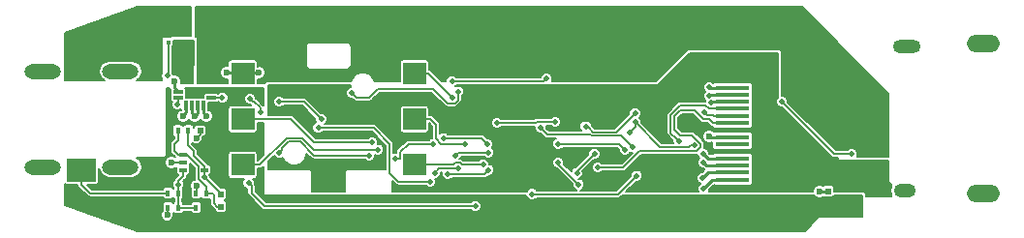
<source format=gtl>
G04 #@! TF.FileFunction,Copper,L1,Top,Signal*
%FSLAX46Y46*%
G04 Gerber Fmt 4.6, Leading zero omitted, Abs format (unit mm)*
G04 Created by KiCad (PCBNEW 4.0.6) date Fri Jun  2 23:15:54 2017*
%MOMM*%
%LPD*%
G01*
G04 APERTURE LIST*
%ADD10C,0.100000*%
%ADD11C,0.600000*%
%ADD12R,0.400000X0.600000*%
%ADD13R,0.600000X0.500000*%
%ADD14R,0.500000X0.600000*%
%ADD15R,1.300000X0.700000*%
%ADD16R,3.000000X0.450000*%
%ADD17R,0.800000X1.270000*%
%ADD18R,0.850000X0.300000*%
%ADD19R,0.300000X0.850000*%
%ADD20R,0.350000X0.300000*%
%ADD21R,1.500000X0.950000*%
%ADD22R,0.870000X0.235000*%
%ADD23R,0.650000X0.400000*%
%ADD24O,3.200000X1.300000*%
%ADD25R,2.500000X2.100000*%
%ADD26O,1.300000X2.400000*%
%ADD27O,2.400000X1.200000*%
%ADD28O,1.900000X1.200000*%
%ADD29O,2.900000X1.500000*%
%ADD30R,2.000000X1.900000*%
%ADD31C,0.500000*%
%ADD32C,0.152400*%
%ADD33C,0.254000*%
%ADD34C,0.177800*%
G04 APERTURE END LIST*
D10*
D11*
X115824000Y-102362000D03*
X135636000Y-96139000D03*
X169291000Y-91440000D03*
X121920000Y-93980000D03*
X126746000Y-93980000D03*
X152654000Y-99314000D03*
X146431000Y-105156000D03*
X147574000Y-94488000D03*
X153162000Y-95758000D03*
X154686000Y-97028000D03*
X162052000Y-96520000D03*
X164211000Y-97282000D03*
X164338000Y-98044000D03*
X169926000Y-100838000D03*
X169291000Y-100838000D03*
X168656000Y-100838000D03*
X168656000Y-100203000D03*
X169291000Y-100203000D03*
X169926000Y-100203000D03*
X169926000Y-99568000D03*
X168656000Y-99568000D03*
X169291000Y-99568000D03*
X173990000Y-102870000D03*
X119507000Y-98171000D03*
X117348000Y-100330000D03*
X119507000Y-102362000D03*
X116967000Y-104902000D03*
X120904000Y-93091000D03*
X120396000Y-96266000D03*
X119380000Y-96266000D03*
X118364000Y-96266000D03*
X117602000Y-93218000D03*
X122174000Y-92456000D03*
D12*
X117925000Y-104267000D03*
X117025000Y-104267000D03*
D13*
X120946000Y-97536000D03*
X119846000Y-97536000D03*
D14*
X174752000Y-103928000D03*
X174752000Y-102828000D03*
D15*
X176276000Y-102174000D03*
X176276000Y-104074000D03*
D12*
X118814000Y-97536000D03*
X117914000Y-97536000D03*
X120396000Y-102997000D03*
X119496000Y-102997000D03*
X120396000Y-104267000D03*
X119496000Y-104267000D03*
X117925000Y-102997000D03*
X117025000Y-102997000D03*
D16*
X166370000Y-101820000D03*
X166370000Y-101200000D03*
X166370000Y-100580000D03*
X166370000Y-99960000D03*
X166370000Y-99340000D03*
X166370000Y-98720000D03*
X166370000Y-98100000D03*
X166370000Y-97480000D03*
X166370000Y-96860000D03*
X166370000Y-96240000D03*
X166370000Y-95620000D03*
X166370000Y-95000000D03*
X166370000Y-94380000D03*
X166370000Y-93760000D03*
D11*
X124968000Y-92456000D03*
D17*
X119880000Y-92630000D03*
X118880000Y-92630000D03*
D18*
X117930000Y-94130000D03*
X117930000Y-94630000D03*
D19*
X118630000Y-95330000D03*
X119130000Y-95330000D03*
X119630000Y-95330000D03*
X120130000Y-95330000D03*
D18*
X120830000Y-94630000D03*
X120830000Y-94130000D03*
D20*
X117058000Y-88504000D03*
X117058000Y-89154000D03*
X117058000Y-89804000D03*
X118908000Y-89804000D03*
X118908000Y-89154000D03*
X118908000Y-88504000D03*
D21*
X117983000Y-88829000D03*
D22*
X118020500Y-89804000D03*
D23*
X118346000Y-99680000D03*
X118346000Y-100980000D03*
X118346000Y-100330000D03*
X120246000Y-100980000D03*
X120246000Y-99680000D03*
D14*
X121666000Y-103082000D03*
X121666000Y-104182000D03*
D24*
X112886000Y-92320000D03*
X112886000Y-100720000D03*
X106086000Y-100720000D03*
X106086000Y-92320000D03*
D25*
X109486000Y-92070000D03*
X109486000Y-100970000D03*
D26*
X178710000Y-97320000D03*
D27*
X181610000Y-90170000D03*
D28*
X181410000Y-102770000D03*
D29*
X188260000Y-89920000D03*
X188260000Y-103020000D03*
D30*
X123564000Y-92520000D03*
X123564000Y-96520000D03*
X123564000Y-100520000D03*
X138564000Y-92520000D03*
X138564000Y-96520000D03*
X138564000Y-100520000D03*
D31*
X120178320Y-101574133D03*
X124079000Y-102108000D03*
X143891000Y-104140000D03*
X170688000Y-94996000D03*
X176784000Y-99568000D03*
X163760524Y-101682776D03*
X163828599Y-102621604D03*
X163830000Y-99568000D03*
X163830000Y-100330000D03*
X164338000Y-93726000D03*
X164334344Y-94472037D03*
X149606000Y-97282000D03*
X157607000Y-98933000D03*
X151130000Y-98679000D03*
X156972000Y-99187000D03*
X148841017Y-103076622D03*
X157988000Y-101473000D03*
X130429000Y-96520000D03*
X126746000Y-94996000D03*
X133096000Y-94234000D03*
X142367000Y-94107000D03*
X117856000Y-95250000D03*
X126766929Y-99461929D03*
X144962943Y-98709204D03*
X134620000Y-99695000D03*
X136906000Y-99949000D03*
X140208000Y-98679000D03*
X141097000Y-98171000D03*
X124206000Y-94742000D03*
X121782248Y-94668762D03*
X139954000Y-101981002D03*
X130175000Y-97282000D03*
X125095000Y-95885000D03*
X161671000Y-98425000D03*
X152781000Y-101219000D03*
X163047072Y-98826930D03*
X163908053Y-95921195D03*
X157353000Y-97692390D03*
X154305000Y-99568000D03*
X157861000Y-96774000D03*
X153543000Y-97155008D03*
X157861000Y-96012000D03*
X145777922Y-96841064D03*
X150876000Y-96774000D03*
X164480024Y-95107976D03*
X154586629Y-100738629D03*
X151130000Y-100330000D03*
X152908000Y-102235000D03*
X116967000Y-92710000D03*
X141478000Y-101316610D03*
X145034000Y-100965000D03*
X134874000Y-98552000D03*
X145034000Y-99441000D03*
X142113000Y-99695000D03*
X142367000Y-100838000D03*
X140335000Y-101219000D03*
X135382000Y-99187000D03*
X141875729Y-94631729D03*
X143002000Y-98679000D03*
X144572675Y-100503675D03*
X117925000Y-102235000D03*
X150118757Y-92993390D03*
X141859000Y-93218000D03*
D32*
X121666000Y-103082000D02*
X121666000Y-103032000D01*
X121666000Y-103032000D02*
X120208133Y-101574133D01*
X120208133Y-101574133D02*
X120178320Y-101574133D01*
X118814000Y-97536000D02*
X118814000Y-98824934D01*
X119253000Y-99263934D02*
X119253000Y-99695000D01*
X119253000Y-99695000D02*
X120246000Y-100688000D01*
X118814000Y-98824934D02*
X119253000Y-99263934D01*
X120246000Y-100688000D02*
X120246000Y-100980000D01*
X120246000Y-100980000D02*
X120246000Y-101506453D01*
X120246000Y-101506453D02*
X120178320Y-101574133D01*
X124328999Y-102357999D02*
X124079000Y-102108000D01*
X124328999Y-102992999D02*
X124328999Y-102357999D01*
X143891000Y-104140000D02*
X125476000Y-104140000D01*
X124841000Y-103505000D02*
X124328999Y-102992999D01*
X125476000Y-104140000D02*
X124328999Y-102992999D01*
X117348000Y-100330000D02*
X118346000Y-100330000D01*
D33*
X120396000Y-96266000D02*
X120142000Y-96012000D01*
X120142000Y-96012000D02*
X120142000Y-95342000D01*
X120142000Y-95342000D02*
X120130000Y-95330000D01*
X119127000Y-96012000D02*
X119127000Y-96013000D01*
X119127000Y-96013000D02*
X119380000Y-96266000D01*
X119130000Y-95330000D02*
X119130000Y-96009000D01*
X119130000Y-96009000D02*
X119127000Y-96012000D01*
X119630000Y-95330000D02*
X119630000Y-96016000D01*
X119630000Y-96016000D02*
X119380000Y-96266000D01*
X118364000Y-96266000D02*
X118364000Y-96139000D01*
X118364000Y-96139000D02*
X118618000Y-95885000D01*
X118618000Y-95885000D02*
X118618000Y-95342000D01*
X118618000Y-95342000D02*
X118630000Y-95330000D01*
X166370000Y-98100000D02*
X164394000Y-98100000D01*
X164394000Y-98100000D02*
X164338000Y-98044000D01*
X173990000Y-102870000D02*
X174710000Y-102870000D01*
X174710000Y-102870000D02*
X174752000Y-102828000D01*
D32*
X119846000Y-97536000D02*
X119846000Y-97832000D01*
X119846000Y-97832000D02*
X119507000Y-98171000D01*
X117025000Y-104267000D02*
X117025000Y-104844000D01*
X117025000Y-104844000D02*
X116967000Y-104902000D01*
X119507000Y-102362000D02*
X119507000Y-102986000D01*
X119507000Y-102986000D02*
X119496000Y-102997000D01*
D33*
X117602000Y-93218000D02*
X117602000Y-93802000D01*
X117602000Y-93802000D02*
X117930000Y-94130000D01*
X124968000Y-92456000D02*
X123628000Y-92456000D01*
X123628000Y-92456000D02*
X123564000Y-92520000D01*
X122174000Y-92456000D02*
X123500000Y-92456000D01*
X123500000Y-92456000D02*
X123564000Y-92520000D01*
D32*
X170937999Y-95245999D02*
X170688000Y-94996000D01*
X175260000Y-99568000D02*
X170937999Y-95245999D01*
X176784000Y-99568000D02*
X175260000Y-99568000D01*
D33*
X164243300Y-101200000D02*
X164010523Y-101432777D01*
X164010523Y-101432777D02*
X163760524Y-101682776D01*
X166370000Y-101200000D02*
X164243300Y-101200000D01*
X166370000Y-101820000D02*
X164626000Y-101820000D01*
X164626000Y-101820000D02*
X163828599Y-102617401D01*
X163828599Y-102617401D02*
X163828599Y-102621604D01*
X166370000Y-99960000D02*
X164222000Y-99960000D01*
X164222000Y-99960000D02*
X163830000Y-99568000D01*
X166370000Y-100580000D02*
X164080000Y-100580000D01*
X164080000Y-100580000D02*
X163830000Y-100330000D01*
X166370000Y-93760000D02*
X164372000Y-93760000D01*
X164372000Y-93760000D02*
X164338000Y-93726000D01*
X166370000Y-93760000D02*
X166150000Y-93760000D01*
X164426381Y-94380000D02*
X164334344Y-94472037D01*
X166370000Y-94380000D02*
X164426381Y-94380000D01*
D32*
X109486000Y-100970000D02*
X109486000Y-102247000D01*
X109486000Y-102247000D02*
X110236000Y-102997000D01*
X110236000Y-102997000D02*
X116672600Y-102997000D01*
X116672600Y-102997000D02*
X117025000Y-102997000D01*
X150185412Y-97861412D02*
X149855999Y-97531999D01*
X153945345Y-97861412D02*
X150185412Y-97861412D01*
X154051744Y-97967811D02*
X153945345Y-97861412D01*
X156641811Y-97967811D02*
X154051744Y-97967811D01*
X157607000Y-98933000D02*
X156641811Y-97967811D01*
X149855999Y-97531999D02*
X149606000Y-97282000D01*
X156972000Y-99187000D02*
X156464000Y-98679000D01*
X156464000Y-98679000D02*
X151130000Y-98679000D01*
X149194570Y-103076622D02*
X148841017Y-103076622D01*
X156384378Y-103076622D02*
X149194570Y-103076622D01*
X157988000Y-101473000D02*
X156384378Y-103076622D01*
X128905000Y-94996000D02*
X130179001Y-96270001D01*
X130179001Y-96270001D02*
X130429000Y-96520000D01*
X126746000Y-94996000D02*
X128905000Y-94996000D01*
X134620000Y-94615000D02*
X133477000Y-94615000D01*
X133477000Y-94615000D02*
X133096000Y-94234000D01*
X135382000Y-93853000D02*
X134620000Y-94615000D01*
X140208000Y-93853000D02*
X135382000Y-93853000D01*
X141478000Y-95123000D02*
X140208000Y-93853000D01*
X142113000Y-95123000D02*
X141478000Y-95123000D01*
X142367000Y-94869000D02*
X142113000Y-95123000D01*
X142367000Y-94107000D02*
X142367000Y-94869000D01*
X117930000Y-94630000D02*
X117930000Y-95176000D01*
X117930000Y-95176000D02*
X117856000Y-95250000D01*
X127016928Y-99211930D02*
X126766929Y-99461929D01*
X127610459Y-98491399D02*
X127016928Y-99084930D01*
X128590399Y-98491399D02*
X127610459Y-98491399D01*
X129794000Y-99695000D02*
X128590399Y-98491399D01*
X127016928Y-99084930D02*
X127016928Y-99211930D01*
X134620000Y-99695000D02*
X129794000Y-99695000D01*
X144424739Y-98171000D02*
X144712944Y-98459205D01*
X141097000Y-98171000D02*
X144424739Y-98171000D01*
X144712944Y-98459205D02*
X144962943Y-98709204D01*
X138043518Y-98679000D02*
X137335399Y-99387119D01*
X137335399Y-99387119D02*
X137335399Y-99949000D01*
X140208000Y-98679000D02*
X138043518Y-98679000D01*
X137335399Y-99949000D02*
X136906000Y-99949000D01*
X124206000Y-94742000D02*
X124455999Y-94991999D01*
X124455999Y-94991999D02*
X124555552Y-94991999D01*
X124555552Y-94991999D02*
X125095000Y-95531447D01*
X125095000Y-95531447D02*
X125095000Y-95885000D01*
X120830000Y-94630000D02*
X121743486Y-94630000D01*
X121743486Y-94630000D02*
X121782248Y-94668762D01*
X139600447Y-101981002D02*
X139954000Y-101981002D01*
X137160002Y-101981002D02*
X139600447Y-101981002D01*
X136427398Y-101248398D02*
X137160002Y-101981002D01*
X136427398Y-98708398D02*
X136427398Y-101248398D01*
X135001000Y-97282000D02*
X136427398Y-98708398D01*
X130175000Y-97282000D02*
X135001000Y-97282000D01*
X125095000Y-95689518D02*
X125095000Y-95885000D01*
X161421001Y-98175001D02*
X161671000Y-98425000D01*
X160985191Y-97739191D02*
X161421001Y-98175001D01*
X160985191Y-96139743D02*
X160985191Y-97739191D01*
X161798745Y-95326189D02*
X160985191Y-96139743D01*
X164315190Y-95620000D02*
X164021379Y-95326189D01*
X166370000Y-95620000D02*
X164315190Y-95620000D01*
X164021379Y-95326189D02*
X161798745Y-95326189D01*
X152781000Y-101092000D02*
X152781000Y-101219000D01*
X154305000Y-99568000D02*
X152781000Y-101092000D01*
X162570520Y-98949929D02*
X162693519Y-98826930D01*
X160036929Y-98949929D02*
X162570520Y-98949929D01*
X157861000Y-96774000D02*
X160036929Y-98949929D01*
X162693519Y-98826930D02*
X163047072Y-98826930D01*
X164158052Y-96171194D02*
X163908053Y-95921195D01*
X164717600Y-96240000D02*
X164648794Y-96171194D01*
X164648794Y-96171194D02*
X164158052Y-96171194D01*
X166370000Y-96240000D02*
X164717600Y-96240000D01*
X157602999Y-97442391D02*
X157353000Y-97692390D01*
X157861000Y-97184390D02*
X157602999Y-97442391D01*
X157861000Y-96774000D02*
X157861000Y-97184390D01*
X154178000Y-97663000D02*
X153797000Y-97282000D01*
X153797000Y-97282000D02*
X153669992Y-97282000D01*
X157861000Y-96012000D02*
X156210000Y-97663000D01*
X156210000Y-97663000D02*
X154178000Y-97663000D01*
X153669992Y-97282000D02*
X153543000Y-97155008D01*
X146131475Y-96841064D02*
X145777922Y-96841064D01*
X149225000Y-96774000D02*
X149157936Y-96841064D01*
X150876000Y-96774000D02*
X149225000Y-96774000D01*
X149157936Y-96841064D02*
X146131475Y-96841064D01*
D33*
X164588000Y-95000000D02*
X164480024Y-95107976D01*
X166370000Y-95000000D02*
X164588000Y-95000000D01*
D32*
X156817371Y-100738629D02*
X154940182Y-100738629D01*
X154940182Y-100738629D02*
X154586629Y-100738629D01*
X158242000Y-99314000D02*
X156817371Y-100738629D01*
X163268330Y-99314000D02*
X158242000Y-99314000D01*
X163576000Y-98679000D02*
X163576000Y-99006330D01*
X162814009Y-97917009D02*
X163576000Y-98679000D01*
X161798009Y-97917009D02*
X162814009Y-97917009D01*
X161798000Y-95758000D02*
X161290000Y-96266000D01*
X163576000Y-99006330D02*
X163268330Y-99314000D01*
X161290000Y-97409000D02*
X161798009Y-97917009D01*
X161290000Y-96266000D02*
X161290000Y-97409000D01*
X163809399Y-96499399D02*
X163068000Y-95758000D01*
X164337729Y-96499399D02*
X163809399Y-96499399D01*
X164698330Y-96860000D02*
X164337729Y-96499399D01*
X163068000Y-95758000D02*
X161798000Y-95758000D01*
X166370000Y-96860000D02*
X164698330Y-96860000D01*
X152908000Y-102235000D02*
X151130000Y-100457000D01*
X151130000Y-100457000D02*
X151130000Y-100330000D01*
X117058000Y-89804000D02*
X117058000Y-92619000D01*
X117058000Y-92619000D02*
X116967000Y-92710000D01*
X145034000Y-100965000D02*
X144682390Y-101316610D01*
X144682390Y-101316610D02*
X141831553Y-101316610D01*
X141831553Y-101316610D02*
X141478000Y-101316610D01*
X127762000Y-96520000D02*
X129794000Y-98552000D01*
X129794000Y-98552000D02*
X134874000Y-98552000D01*
X123564000Y-96520000D02*
X127762000Y-96520000D01*
X123564000Y-100520000D02*
X125032000Y-100520000D01*
X125032000Y-100520000D02*
X127381000Y-98171000D01*
X127381000Y-98171000D02*
X128778000Y-98171000D01*
X128778000Y-98171000D02*
X129794000Y-99187000D01*
X129794000Y-99187000D02*
X135382000Y-99187000D01*
X142113000Y-99695000D02*
X142367000Y-99441000D01*
X142367000Y-99441000D02*
X145034000Y-99441000D01*
X140716000Y-100838000D02*
X142367000Y-100838000D01*
X140335000Y-101219000D02*
X140716000Y-100838000D01*
X139764000Y-92520000D02*
X141625730Y-94381730D01*
X138564000Y-92520000D02*
X139764000Y-92520000D01*
X141625730Y-94381730D02*
X141875729Y-94631729D01*
X138564000Y-96520000D02*
X139954000Y-96520000D01*
X139954000Y-96520000D02*
X140437729Y-97003729D01*
X140437729Y-97003729D02*
X140437729Y-98200399D01*
X140437729Y-98200399D02*
X140916330Y-98679000D01*
X140916330Y-98679000D02*
X142648447Y-98679000D01*
X142648447Y-98679000D02*
X143002000Y-98679000D01*
X144219122Y-100503675D02*
X144572675Y-100503675D01*
X141976668Y-100520000D02*
X142137270Y-100359398D01*
X142596730Y-100359398D02*
X142741007Y-100503675D01*
X138564000Y-100520000D02*
X141976668Y-100520000D01*
X142741007Y-100503675D02*
X144219122Y-100503675D01*
X142137270Y-100359398D02*
X142596730Y-100359398D01*
X117925000Y-102997000D02*
X117925000Y-102362000D01*
X117925000Y-102235000D02*
X117925000Y-101912000D01*
X117925000Y-102362000D02*
X117925000Y-102235000D01*
X117925000Y-104267000D02*
X117925000Y-102997000D01*
X117925000Y-101912000D02*
X118346000Y-101491000D01*
X118346000Y-101491000D02*
X118346000Y-100980000D01*
X119496000Y-104267000D02*
X119143600Y-104267000D01*
X119143600Y-104267000D02*
X117925000Y-104267000D01*
X121666000Y-104182000D02*
X121327000Y-104182000D01*
X121031000Y-103124000D02*
X120904000Y-102997000D01*
X121327000Y-104182000D02*
X121031000Y-103886000D01*
X121031000Y-103886000D02*
X121031000Y-103124000D01*
X120904000Y-102997000D02*
X120396000Y-102997000D01*
X117914000Y-97536000D02*
X117914000Y-98367000D01*
X117914000Y-98367000D02*
X117602000Y-98679000D01*
X117602000Y-98679000D02*
X117602000Y-99314000D01*
X117602000Y-99314000D02*
X117968000Y-99680000D01*
X117968000Y-99680000D02*
X118346000Y-99680000D01*
X119692399Y-101765069D02*
X120396000Y-102468670D01*
X119692399Y-100692465D02*
X119692399Y-101765069D01*
X118679934Y-99680000D02*
X119692399Y-100692465D01*
X118346000Y-99680000D02*
X118679934Y-99680000D01*
X120396000Y-102468670D02*
X120396000Y-102544600D01*
X120396000Y-102544600D02*
X120396000Y-102997000D01*
X120396000Y-102997000D02*
X120396000Y-102897000D01*
X149894147Y-93218000D02*
X150118757Y-92993390D01*
X141859000Y-93218000D02*
X149894147Y-93218000D01*
D34*
G36*
X179998300Y-94272024D02*
X179998300Y-99809300D01*
X177243278Y-99809300D01*
X177300610Y-99671229D01*
X177300790Y-99465673D01*
X177222293Y-99275695D01*
X177077069Y-99130218D01*
X176887229Y-99051390D01*
X176681673Y-99051210D01*
X176491695Y-99129707D01*
X176396136Y-99225100D01*
X175402034Y-99225100D01*
X171204673Y-95027739D01*
X171204790Y-94893673D01*
X171126293Y-94703695D01*
X170981069Y-94558218D01*
X170791229Y-94479390D01*
X170700700Y-94479311D01*
X170700700Y-90678000D01*
X170682461Y-90581066D01*
X170625173Y-90492038D01*
X170537761Y-90432312D01*
X170434000Y-90411300D01*
X162560000Y-90411300D01*
X162459643Y-90430902D01*
X162371415Y-90489415D01*
X159655530Y-93205300D01*
X150590239Y-93205300D01*
X150635367Y-93096619D01*
X150635547Y-92891063D01*
X150557050Y-92701085D01*
X150411826Y-92555608D01*
X150221986Y-92476780D01*
X150016430Y-92476600D01*
X149826452Y-92555097D01*
X149680975Y-92700321D01*
X149608401Y-92875100D01*
X142246786Y-92875100D01*
X142152069Y-92780218D01*
X141962229Y-92701390D01*
X141756673Y-92701210D01*
X141566695Y-92779707D01*
X141421218Y-92924931D01*
X141342390Y-93114771D01*
X141342311Y-93205300D01*
X140934234Y-93205300D01*
X140006467Y-92277533D01*
X139895222Y-92203202D01*
X139835924Y-92191407D01*
X139835924Y-91570000D01*
X139817327Y-91471167D01*
X139758917Y-91380395D01*
X139669794Y-91319500D01*
X139564000Y-91298076D01*
X137564000Y-91298076D01*
X137465167Y-91316673D01*
X137374395Y-91375083D01*
X137313500Y-91464206D01*
X137292076Y-91570000D01*
X137292076Y-93205300D01*
X135088140Y-93205300D01*
X134968832Y-92916552D01*
X134669026Y-92616223D01*
X134277111Y-92453485D01*
X133852751Y-92453115D01*
X133460552Y-92615168D01*
X133160223Y-92914974D01*
X133039669Y-93205300D01*
X125730000Y-93205300D01*
X125633066Y-93223539D01*
X125544038Y-93280827D01*
X125484312Y-93368239D01*
X125481303Y-93383100D01*
X124835924Y-93383100D01*
X124835924Y-93014770D01*
X124854782Y-93022601D01*
X125080229Y-93022798D01*
X125288590Y-92936705D01*
X125448144Y-92777429D01*
X125534601Y-92569218D01*
X125534798Y-92343771D01*
X125448705Y-92135410D01*
X125289429Y-91975856D01*
X125081218Y-91889399D01*
X124855771Y-91889202D01*
X124835924Y-91897403D01*
X124835924Y-91570000D01*
X124817327Y-91471167D01*
X124758917Y-91380395D01*
X124669794Y-91319500D01*
X124564000Y-91298076D01*
X122564000Y-91298076D01*
X122465167Y-91316673D01*
X122374395Y-91375083D01*
X122313500Y-91464206D01*
X122292076Y-91570000D01*
X122292076Y-91891416D01*
X122287218Y-91889399D01*
X122061771Y-91889202D01*
X121853410Y-91975295D01*
X121693856Y-92134571D01*
X121607399Y-92342782D01*
X121607202Y-92568229D01*
X121693295Y-92776590D01*
X121852571Y-92936144D01*
X122060782Y-93022601D01*
X122286229Y-93022798D01*
X122292076Y-93020382D01*
X122292076Y-93383100D01*
X119646700Y-93383100D01*
X119646700Y-90170000D01*
X129071300Y-90170000D01*
X129071300Y-91821000D01*
X129097310Y-91951763D01*
X129171382Y-92062618D01*
X129282237Y-92136690D01*
X129413000Y-92162700D01*
X132715000Y-92162700D01*
X132845763Y-92136690D01*
X132956618Y-92062618D01*
X133030690Y-91951763D01*
X133056700Y-91821000D01*
X133056700Y-90170000D01*
X133030690Y-90039237D01*
X132956618Y-89928382D01*
X132845763Y-89854310D01*
X132715000Y-89828300D01*
X129413000Y-89828300D01*
X129282237Y-89854310D01*
X129171382Y-89928382D01*
X129097310Y-90039237D01*
X129071300Y-90170000D01*
X119646700Y-90170000D01*
X119646700Y-89535000D01*
X119628461Y-89438066D01*
X119571173Y-89349038D01*
X119483761Y-89289312D01*
X119468900Y-89286303D01*
X119468900Y-86701700D01*
X172427976Y-86701700D01*
X179998300Y-94272024D01*
X179998300Y-94272024D01*
G37*
X179998300Y-94272024D02*
X179998300Y-99809300D01*
X177243278Y-99809300D01*
X177300610Y-99671229D01*
X177300790Y-99465673D01*
X177222293Y-99275695D01*
X177077069Y-99130218D01*
X176887229Y-99051390D01*
X176681673Y-99051210D01*
X176491695Y-99129707D01*
X176396136Y-99225100D01*
X175402034Y-99225100D01*
X171204673Y-95027739D01*
X171204790Y-94893673D01*
X171126293Y-94703695D01*
X170981069Y-94558218D01*
X170791229Y-94479390D01*
X170700700Y-94479311D01*
X170700700Y-90678000D01*
X170682461Y-90581066D01*
X170625173Y-90492038D01*
X170537761Y-90432312D01*
X170434000Y-90411300D01*
X162560000Y-90411300D01*
X162459643Y-90430902D01*
X162371415Y-90489415D01*
X159655530Y-93205300D01*
X150590239Y-93205300D01*
X150635367Y-93096619D01*
X150635547Y-92891063D01*
X150557050Y-92701085D01*
X150411826Y-92555608D01*
X150221986Y-92476780D01*
X150016430Y-92476600D01*
X149826452Y-92555097D01*
X149680975Y-92700321D01*
X149608401Y-92875100D01*
X142246786Y-92875100D01*
X142152069Y-92780218D01*
X141962229Y-92701390D01*
X141756673Y-92701210D01*
X141566695Y-92779707D01*
X141421218Y-92924931D01*
X141342390Y-93114771D01*
X141342311Y-93205300D01*
X140934234Y-93205300D01*
X140006467Y-92277533D01*
X139895222Y-92203202D01*
X139835924Y-92191407D01*
X139835924Y-91570000D01*
X139817327Y-91471167D01*
X139758917Y-91380395D01*
X139669794Y-91319500D01*
X139564000Y-91298076D01*
X137564000Y-91298076D01*
X137465167Y-91316673D01*
X137374395Y-91375083D01*
X137313500Y-91464206D01*
X137292076Y-91570000D01*
X137292076Y-93205300D01*
X135088140Y-93205300D01*
X134968832Y-92916552D01*
X134669026Y-92616223D01*
X134277111Y-92453485D01*
X133852751Y-92453115D01*
X133460552Y-92615168D01*
X133160223Y-92914974D01*
X133039669Y-93205300D01*
X125730000Y-93205300D01*
X125633066Y-93223539D01*
X125544038Y-93280827D01*
X125484312Y-93368239D01*
X125481303Y-93383100D01*
X124835924Y-93383100D01*
X124835924Y-93014770D01*
X124854782Y-93022601D01*
X125080229Y-93022798D01*
X125288590Y-92936705D01*
X125448144Y-92777429D01*
X125534601Y-92569218D01*
X125534798Y-92343771D01*
X125448705Y-92135410D01*
X125289429Y-91975856D01*
X125081218Y-91889399D01*
X124855771Y-91889202D01*
X124835924Y-91897403D01*
X124835924Y-91570000D01*
X124817327Y-91471167D01*
X124758917Y-91380395D01*
X124669794Y-91319500D01*
X124564000Y-91298076D01*
X122564000Y-91298076D01*
X122465167Y-91316673D01*
X122374395Y-91375083D01*
X122313500Y-91464206D01*
X122292076Y-91570000D01*
X122292076Y-91891416D01*
X122287218Y-91889399D01*
X122061771Y-91889202D01*
X121853410Y-91975295D01*
X121693856Y-92134571D01*
X121607399Y-92342782D01*
X121607202Y-92568229D01*
X121693295Y-92776590D01*
X121852571Y-92936144D01*
X122060782Y-93022601D01*
X122286229Y-93022798D01*
X122292076Y-93020382D01*
X122292076Y-93383100D01*
X119646700Y-93383100D01*
X119646700Y-90170000D01*
X129071300Y-90170000D01*
X129071300Y-91821000D01*
X129097310Y-91951763D01*
X129171382Y-92062618D01*
X129282237Y-92136690D01*
X129413000Y-92162700D01*
X132715000Y-92162700D01*
X132845763Y-92136690D01*
X132956618Y-92062618D01*
X133030690Y-91951763D01*
X133056700Y-91821000D01*
X133056700Y-90170000D01*
X133030690Y-90039237D01*
X132956618Y-89928382D01*
X132845763Y-89854310D01*
X132715000Y-89828300D01*
X129413000Y-89828300D01*
X129282237Y-89854310D01*
X129171382Y-89928382D01*
X129097310Y-90039237D01*
X129071300Y-90170000D01*
X119646700Y-90170000D01*
X119646700Y-89535000D01*
X119628461Y-89438066D01*
X119571173Y-89349038D01*
X119483761Y-89289312D01*
X119468900Y-89286303D01*
X119468900Y-86701700D01*
X172427976Y-86701700D01*
X179998300Y-94272024D01*
G36*
X119037100Y-89268300D02*
X117348000Y-89268300D01*
X117251066Y-89286539D01*
X117200465Y-89319100D01*
X116586000Y-89319100D01*
X116551413Y-89326104D01*
X116522276Y-89346013D01*
X116503180Y-89375689D01*
X116497100Y-89408000D01*
X116497100Y-92494280D01*
X116450390Y-92606771D01*
X116450210Y-92812327D01*
X116497100Y-92925810D01*
X116497100Y-93130300D01*
X114278183Y-93130300D01*
X114520776Y-92968205D01*
X114719491Y-92670806D01*
X114789271Y-92320000D01*
X114719491Y-91969194D01*
X114520776Y-91671795D01*
X114223377Y-91473080D01*
X113872571Y-91403300D01*
X111899429Y-91403300D01*
X111548623Y-91473080D01*
X111251224Y-91671795D01*
X111052509Y-91969194D01*
X110982729Y-92320000D01*
X111052509Y-92670806D01*
X111251224Y-92968205D01*
X111493817Y-93130300D01*
X108038900Y-93130300D01*
X108038900Y-89014496D01*
X114360543Y-86701700D01*
X119037100Y-86701700D01*
X119037100Y-89268300D01*
X119037100Y-89268300D01*
G37*
X119037100Y-89268300D02*
X117348000Y-89268300D01*
X117251066Y-89286539D01*
X117200465Y-89319100D01*
X116586000Y-89319100D01*
X116551413Y-89326104D01*
X116522276Y-89346013D01*
X116503180Y-89375689D01*
X116497100Y-89408000D01*
X116497100Y-92494280D01*
X116450390Y-92606771D01*
X116450210Y-92812327D01*
X116497100Y-92925810D01*
X116497100Y-93130300D01*
X114278183Y-93130300D01*
X114520776Y-92968205D01*
X114719491Y-92670806D01*
X114789271Y-92320000D01*
X114719491Y-91969194D01*
X114520776Y-91671795D01*
X114223377Y-91473080D01*
X113872571Y-91403300D01*
X111899429Y-91403300D01*
X111548623Y-91473080D01*
X111251224Y-91671795D01*
X111052509Y-91969194D01*
X110982729Y-92320000D01*
X111052509Y-92670806D01*
X111251224Y-92968205D01*
X111493817Y-93130300D01*
X108038900Y-93130300D01*
X108038900Y-89014496D01*
X114360543Y-86701700D01*
X119037100Y-86701700D01*
X119037100Y-89268300D01*
G36*
X119291100Y-91799629D02*
X119290395Y-91800083D01*
X119229500Y-91889206D01*
X119208076Y-91995000D01*
X119208076Y-93265000D01*
X119226673Y-93363833D01*
X119239071Y-93383100D01*
X118147058Y-93383100D01*
X118168601Y-93331218D01*
X118168798Y-93105771D01*
X118082705Y-92897410D01*
X117923429Y-92737856D01*
X117715218Y-92651399D01*
X117489771Y-92651202D01*
X117483750Y-92653690D01*
X117483790Y-92607673D01*
X117436900Y-92494190D01*
X117436900Y-90127996D01*
X117483500Y-90059794D01*
X117504924Y-89954000D01*
X117504924Y-89654000D01*
X117504852Y-89653617D01*
X119083000Y-89653617D01*
X119210071Y-89629707D01*
X119219095Y-89623900D01*
X119291100Y-89623900D01*
X119291100Y-91799629D01*
X119291100Y-91799629D01*
G37*
X119291100Y-91799629D02*
X119290395Y-91800083D01*
X119229500Y-91889206D01*
X119208076Y-91995000D01*
X119208076Y-93265000D01*
X119226673Y-93363833D01*
X119239071Y-93383100D01*
X118147058Y-93383100D01*
X118168601Y-93331218D01*
X118168798Y-93105771D01*
X118082705Y-92897410D01*
X117923429Y-92737856D01*
X117715218Y-92651399D01*
X117489771Y-92651202D01*
X117483750Y-92653690D01*
X117483790Y-92607673D01*
X117436900Y-92494190D01*
X117436900Y-90127996D01*
X117483500Y-90059794D01*
X117504924Y-89954000D01*
X117504924Y-89654000D01*
X117504852Y-89653617D01*
X119083000Y-89653617D01*
X119210071Y-89629707D01*
X119219095Y-89623900D01*
X119291100Y-89623900D01*
X119291100Y-91799629D01*
G36*
X170345100Y-94608214D02*
X170250218Y-94702931D01*
X170171390Y-94892771D01*
X170171210Y-95098327D01*
X170249707Y-95288305D01*
X170394931Y-95433782D01*
X170584771Y-95512610D01*
X170719794Y-95512728D01*
X175017533Y-99810467D01*
X175128778Y-99884798D01*
X175260000Y-99910900D01*
X175477176Y-99910900D01*
X175705138Y-100138862D01*
X175734548Y-100158366D01*
X175768000Y-100164900D01*
X179998300Y-100164900D01*
X179998300Y-101854000D01*
X180024310Y-101984763D01*
X180098382Y-102095618D01*
X180209237Y-102169690D01*
X180251100Y-102178017D01*
X180251100Y-102414887D01*
X180235437Y-102438328D01*
X180169463Y-102770000D01*
X180235437Y-103101672D01*
X180251100Y-103125113D01*
X180251100Y-103289100D01*
X178066700Y-103289100D01*
X178066700Y-103124000D01*
X178048461Y-103027066D01*
X177991173Y-102938038D01*
X177903761Y-102878312D01*
X177800000Y-102857300D01*
X175273924Y-102857300D01*
X175273924Y-102528000D01*
X175255327Y-102429167D01*
X175196917Y-102338395D01*
X175107794Y-102277500D01*
X175002000Y-102256076D01*
X174502000Y-102256076D01*
X174403167Y-102274673D01*
X174312395Y-102333083D01*
X174281964Y-102377621D01*
X174103218Y-102303399D01*
X173877771Y-102303202D01*
X173669410Y-102389295D01*
X173509856Y-102548571D01*
X173423399Y-102756782D01*
X173423311Y-102857300D01*
X164290204Y-102857300D01*
X164345209Y-102724833D01*
X164345268Y-102657508D01*
X164730385Y-102272391D01*
X164764206Y-102295500D01*
X164870000Y-102316924D01*
X167870000Y-102316924D01*
X167968833Y-102298327D01*
X168059605Y-102239917D01*
X168120500Y-102150794D01*
X168141924Y-102045000D01*
X168141924Y-101595000D01*
X168125343Y-101506880D01*
X168141924Y-101425000D01*
X168141924Y-100975000D01*
X168125343Y-100886880D01*
X168141924Y-100805000D01*
X168141924Y-100355000D01*
X168125343Y-100266880D01*
X168141924Y-100185000D01*
X168141924Y-99735000D01*
X168123327Y-99636167D01*
X168064917Y-99545395D01*
X167975794Y-99484500D01*
X167870000Y-99463076D01*
X164870000Y-99463076D01*
X164771167Y-99481673D01*
X164680395Y-99540083D01*
X164662482Y-99566300D01*
X164385076Y-99566300D01*
X164346735Y-99527959D01*
X164346790Y-99465673D01*
X164268293Y-99275695D01*
X164123069Y-99130218D01*
X163933229Y-99051390D01*
X163909941Y-99051370D01*
X163918900Y-99006330D01*
X163918900Y-98679000D01*
X163892798Y-98547778D01*
X163818467Y-98436533D01*
X163538163Y-98156229D01*
X163771202Y-98156229D01*
X163857295Y-98364590D01*
X164016571Y-98524144D01*
X164224782Y-98610601D01*
X164450229Y-98610798D01*
X164598076Y-98549709D01*
X164598076Y-98945000D01*
X164616673Y-99043833D01*
X164675083Y-99134605D01*
X164764206Y-99195500D01*
X164870000Y-99216924D01*
X167870000Y-99216924D01*
X167968833Y-99198327D01*
X168059605Y-99139917D01*
X168120500Y-99050794D01*
X168141924Y-98945000D01*
X168141924Y-98495000D01*
X168125343Y-98406880D01*
X168141924Y-98325000D01*
X168141924Y-97875000D01*
X168123327Y-97776167D01*
X168064917Y-97685395D01*
X167975794Y-97624500D01*
X167870000Y-97603076D01*
X164870000Y-97603076D01*
X164771167Y-97621673D01*
X164738274Y-97642839D01*
X164659429Y-97563856D01*
X164451218Y-97477399D01*
X164225771Y-97477202D01*
X164017410Y-97563295D01*
X163857856Y-97722571D01*
X163771399Y-97930782D01*
X163771202Y-98156229D01*
X163538163Y-98156229D01*
X163056476Y-97674542D01*
X162945231Y-97600211D01*
X162814009Y-97574109D01*
X161940043Y-97574109D01*
X161632900Y-97266966D01*
X161632900Y-96408034D01*
X161940034Y-96100900D01*
X162925966Y-96100900D01*
X163566932Y-96741866D01*
X163678177Y-96816197D01*
X163809399Y-96842299D01*
X164195695Y-96842299D01*
X164455863Y-97102467D01*
X164567108Y-97176798D01*
X164618757Y-97187072D01*
X164675083Y-97274605D01*
X164764206Y-97335500D01*
X164870000Y-97356924D01*
X167870000Y-97356924D01*
X167968833Y-97338327D01*
X168059605Y-97279917D01*
X168120500Y-97190794D01*
X168141924Y-97085000D01*
X168141924Y-96635000D01*
X168125343Y-96546880D01*
X168141924Y-96465000D01*
X168141924Y-96015000D01*
X168125343Y-95926880D01*
X168141924Y-95845000D01*
X168141924Y-95395000D01*
X168125343Y-95306880D01*
X168141924Y-95225000D01*
X168141924Y-94775000D01*
X168125343Y-94686880D01*
X168141924Y-94605000D01*
X168141924Y-94155000D01*
X168125343Y-94066880D01*
X168141924Y-93985000D01*
X168141924Y-93535000D01*
X168123327Y-93436167D01*
X168064917Y-93345395D01*
X167975794Y-93284500D01*
X167870000Y-93263076D01*
X164870000Y-93263076D01*
X164771167Y-93281673D01*
X164681886Y-93339124D01*
X164631069Y-93288218D01*
X164441229Y-93209390D01*
X164235673Y-93209210D01*
X164045695Y-93287707D01*
X163900218Y-93432931D01*
X163821390Y-93622771D01*
X163821210Y-93828327D01*
X163899707Y-94018305D01*
X163978469Y-94097204D01*
X163896562Y-94178968D01*
X163817734Y-94368808D01*
X163817554Y-94574364D01*
X163896051Y-94764342D01*
X164014125Y-94882621D01*
X163972324Y-94983289D01*
X161798745Y-94983289D01*
X161667523Y-95009391D01*
X161556278Y-95083722D01*
X160742724Y-95897276D01*
X160668393Y-96008521D01*
X160642291Y-96139743D01*
X160642291Y-97739191D01*
X160668393Y-97870413D01*
X160742724Y-97981658D01*
X161154327Y-98393261D01*
X161154210Y-98527327D01*
X161187142Y-98607029D01*
X160178963Y-98607029D01*
X158377673Y-96805739D01*
X158377790Y-96671673D01*
X158299293Y-96481695D01*
X158210725Y-96392973D01*
X158298782Y-96305069D01*
X158377610Y-96115229D01*
X158377790Y-95909673D01*
X158299293Y-95719695D01*
X158154069Y-95574218D01*
X157964229Y-95495390D01*
X157758673Y-95495210D01*
X157568695Y-95573707D01*
X157423218Y-95718931D01*
X157344390Y-95908771D01*
X157344272Y-96043794D01*
X156067966Y-97320100D01*
X154320034Y-97320100D01*
X154059784Y-97059850D01*
X154059790Y-97052681D01*
X153981293Y-96862703D01*
X153836069Y-96717226D01*
X153646229Y-96638398D01*
X153440673Y-96638218D01*
X153250695Y-96716715D01*
X153105218Y-96861939D01*
X153026390Y-97051779D01*
X153026210Y-97257335D01*
X153104707Y-97447313D01*
X153175782Y-97518512D01*
X150327446Y-97518512D01*
X150122673Y-97313739D01*
X150122790Y-97179673D01*
X150096853Y-97116900D01*
X150488214Y-97116900D01*
X150582931Y-97211782D01*
X150772771Y-97290610D01*
X150978327Y-97290790D01*
X151168305Y-97212293D01*
X151313782Y-97067069D01*
X151392610Y-96877229D01*
X151392790Y-96671673D01*
X151314293Y-96481695D01*
X151169069Y-96336218D01*
X150979229Y-96257390D01*
X150773673Y-96257210D01*
X150583695Y-96335707D01*
X150488136Y-96431100D01*
X149225000Y-96431100D01*
X149093778Y-96457202D01*
X149032474Y-96498164D01*
X146165708Y-96498164D01*
X146070991Y-96403282D01*
X145881151Y-96324454D01*
X145675595Y-96324274D01*
X145485617Y-96402771D01*
X145340140Y-96547995D01*
X145261312Y-96737835D01*
X145261132Y-96943391D01*
X145339629Y-97133369D01*
X145484853Y-97278846D01*
X145674693Y-97357674D01*
X145880249Y-97357854D01*
X146070227Y-97279357D01*
X146165786Y-97183964D01*
X149089385Y-97183964D01*
X149089210Y-97384327D01*
X149167707Y-97574305D01*
X149312931Y-97719782D01*
X149502771Y-97798610D01*
X149637794Y-97798728D01*
X149942945Y-98103879D01*
X150054190Y-98178210D01*
X150185412Y-98204312D01*
X150925778Y-98204312D01*
X150837695Y-98240707D01*
X150692218Y-98385931D01*
X150613390Y-98575771D01*
X150613210Y-98781327D01*
X150691707Y-98971305D01*
X150836931Y-99116782D01*
X151026771Y-99195610D01*
X151232327Y-99195790D01*
X151422305Y-99117293D01*
X151517864Y-99021900D01*
X156321966Y-99021900D01*
X156455327Y-99155261D01*
X156455210Y-99289327D01*
X156533707Y-99479305D01*
X156678931Y-99624782D01*
X156868771Y-99703610D01*
X157074327Y-99703790D01*
X157264305Y-99625293D01*
X157409782Y-99480069D01*
X157434392Y-99420801D01*
X157503771Y-99449610D01*
X157621353Y-99449713D01*
X156675337Y-100395729D01*
X154974415Y-100395729D01*
X154879698Y-100300847D01*
X154689858Y-100222019D01*
X154484302Y-100221839D01*
X154294324Y-100300336D01*
X154148847Y-100445560D01*
X154070019Y-100635400D01*
X154069839Y-100840956D01*
X154148336Y-101030934D01*
X154293560Y-101176411D01*
X154483400Y-101255239D01*
X154688956Y-101255419D01*
X154878934Y-101176922D01*
X154974493Y-101081529D01*
X156817371Y-101081529D01*
X156948593Y-101055427D01*
X157059838Y-100981096D01*
X158384034Y-99656900D01*
X163268330Y-99656900D01*
X163313230Y-99647969D01*
X163313210Y-99670327D01*
X163391707Y-99860305D01*
X163480275Y-99949027D01*
X163392218Y-100036931D01*
X163313390Y-100226771D01*
X163313210Y-100432327D01*
X163391707Y-100622305D01*
X163536931Y-100767782D01*
X163726771Y-100846610D01*
X163789889Y-100846665D01*
X163801612Y-100858388D01*
X163929337Y-100943731D01*
X163940560Y-100945964D01*
X163720483Y-101166041D01*
X163658197Y-101165986D01*
X163468219Y-101244483D01*
X163322742Y-101389707D01*
X163243914Y-101579547D01*
X163243734Y-101785103D01*
X163322231Y-101975081D01*
X163467455Y-102120558D01*
X163577539Y-102166269D01*
X163536294Y-102183311D01*
X163390817Y-102328535D01*
X163311989Y-102518375D01*
X163311809Y-102723931D01*
X163366916Y-102857300D01*
X157088634Y-102857300D01*
X157956261Y-101989673D01*
X158090327Y-101989790D01*
X158280305Y-101911293D01*
X158425782Y-101766069D01*
X158504610Y-101576229D01*
X158504790Y-101370673D01*
X158426293Y-101180695D01*
X158281069Y-101035218D01*
X158091229Y-100956390D01*
X157885673Y-100956210D01*
X157695695Y-101034707D01*
X157550218Y-101179931D01*
X157471390Y-101369771D01*
X157471272Y-101504794D01*
X156242344Y-102733722D01*
X153054055Y-102733722D01*
X153200305Y-102673293D01*
X153345782Y-102528069D01*
X153424610Y-102338229D01*
X153424790Y-102132673D01*
X153346293Y-101942695D01*
X153201069Y-101797218D01*
X153011229Y-101718390D01*
X152925620Y-101718315D01*
X153073305Y-101657293D01*
X153218782Y-101512069D01*
X153297610Y-101322229D01*
X153297790Y-101116673D01*
X153281262Y-101076672D01*
X154273261Y-100084673D01*
X154407327Y-100084790D01*
X154597305Y-100006293D01*
X154742782Y-99861069D01*
X154821610Y-99671229D01*
X154821790Y-99465673D01*
X154743293Y-99275695D01*
X154598069Y-99130218D01*
X154408229Y-99051390D01*
X154202673Y-99051210D01*
X154012695Y-99129707D01*
X153867218Y-99274931D01*
X153788390Y-99464771D01*
X153788272Y-99599794D01*
X152685850Y-100702216D01*
X152678673Y-100702210D01*
X152488695Y-100780707D01*
X152343218Y-100925931D01*
X152267123Y-101109189D01*
X151630342Y-100472408D01*
X151646610Y-100433229D01*
X151646790Y-100227673D01*
X151568293Y-100037695D01*
X151423069Y-99892218D01*
X151233229Y-99813390D01*
X151027673Y-99813210D01*
X150837695Y-99891707D01*
X150692218Y-100036931D01*
X150613390Y-100226771D01*
X150613210Y-100432327D01*
X150691707Y-100622305D01*
X150836931Y-100767782D01*
X151026771Y-100846610D01*
X151034683Y-100846617D01*
X152391327Y-102203261D01*
X152391210Y-102337327D01*
X152469707Y-102527305D01*
X152614931Y-102672782D01*
X152761692Y-102733722D01*
X149228803Y-102733722D01*
X149134086Y-102638840D01*
X148944246Y-102560012D01*
X148738690Y-102559832D01*
X148548712Y-102638329D01*
X148403235Y-102783553D01*
X148372613Y-102857300D01*
X136612700Y-102857300D01*
X136612700Y-101918634D01*
X136917535Y-102223469D01*
X137028780Y-102297800D01*
X137160002Y-102323902D01*
X139566214Y-102323902D01*
X139660931Y-102418784D01*
X139850771Y-102497612D01*
X140056327Y-102497792D01*
X140246305Y-102419295D01*
X140391782Y-102274071D01*
X140470610Y-102084231D01*
X140470790Y-101878675D01*
X140411742Y-101735768D01*
X140437327Y-101735790D01*
X140627305Y-101657293D01*
X140772782Y-101512069D01*
X140851610Y-101322229D01*
X140851728Y-101187206D01*
X140858034Y-101180900D01*
X140974877Y-101180900D01*
X140961390Y-101213381D01*
X140961210Y-101418937D01*
X141039707Y-101608915D01*
X141184931Y-101754392D01*
X141374771Y-101833220D01*
X141580327Y-101833400D01*
X141770305Y-101754903D01*
X141865864Y-101659510D01*
X144682390Y-101659510D01*
X144813612Y-101633408D01*
X144924857Y-101559077D01*
X145002261Y-101481673D01*
X145136327Y-101481790D01*
X145326305Y-101403293D01*
X145471782Y-101258069D01*
X145550610Y-101068229D01*
X145550790Y-100862673D01*
X145472293Y-100672695D01*
X145327069Y-100527218D01*
X145137229Y-100448390D01*
X145089424Y-100448348D01*
X145089465Y-100401348D01*
X145010968Y-100211370D01*
X144865744Y-100065893D01*
X144675904Y-99987065D01*
X144470348Y-99986885D01*
X144280370Y-100065382D01*
X144184811Y-100160775D01*
X142883041Y-100160775D01*
X142839197Y-100116931D01*
X142727952Y-100042600D01*
X142596730Y-100016498D01*
X142522303Y-100016498D01*
X142550782Y-99988069D01*
X142629610Y-99798229D01*
X142629623Y-99783900D01*
X144646214Y-99783900D01*
X144740931Y-99878782D01*
X144930771Y-99957610D01*
X145136327Y-99957790D01*
X145326305Y-99879293D01*
X145471782Y-99734069D01*
X145550610Y-99544229D01*
X145550790Y-99338673D01*
X145472293Y-99148695D01*
X145363360Y-99039573D01*
X145400725Y-99002273D01*
X145479553Y-98812433D01*
X145479733Y-98606877D01*
X145401236Y-98416899D01*
X145256012Y-98271422D01*
X145066172Y-98192594D01*
X144931149Y-98192476D01*
X144667206Y-97928533D01*
X144555961Y-97854202D01*
X144424739Y-97828100D01*
X141484786Y-97828100D01*
X141390069Y-97733218D01*
X141200229Y-97654390D01*
X140994673Y-97654210D01*
X140804695Y-97732707D01*
X140780629Y-97756731D01*
X140780629Y-97003729D01*
X140754527Y-96872507D01*
X140680196Y-96761262D01*
X140196467Y-96277533D01*
X140085222Y-96203202D01*
X139954000Y-96177100D01*
X139835924Y-96177100D01*
X139835924Y-95570000D01*
X139817327Y-95471167D01*
X139758917Y-95380395D01*
X139669794Y-95319500D01*
X139564000Y-95298076D01*
X137564000Y-95298076D01*
X137465167Y-95316673D01*
X137374395Y-95375083D01*
X137313500Y-95464206D01*
X137292076Y-95570000D01*
X137292076Y-97470000D01*
X137310673Y-97568833D01*
X137369083Y-97659605D01*
X137458206Y-97720500D01*
X137564000Y-97741924D01*
X139564000Y-97741924D01*
X139662833Y-97723327D01*
X139753605Y-97664917D01*
X139814500Y-97575794D01*
X139835924Y-97470000D01*
X139835924Y-96886858D01*
X140094829Y-97145763D01*
X140094829Y-98166691D01*
X139915695Y-98240707D01*
X139820136Y-98336100D01*
X138043518Y-98336100D01*
X137912296Y-98362202D01*
X137801051Y-98436533D01*
X137092932Y-99144652D01*
X137018601Y-99255897D01*
X136992499Y-99387119D01*
X136992499Y-99432375D01*
X136803673Y-99432210D01*
X136770298Y-99446000D01*
X136770298Y-98708398D01*
X136744196Y-98577176D01*
X136669865Y-98465931D01*
X135243467Y-97039533D01*
X135132222Y-96965202D01*
X135001000Y-96939100D01*
X130740531Y-96939100D01*
X130866782Y-96813069D01*
X130945610Y-96623229D01*
X130945790Y-96417673D01*
X130867293Y-96227695D01*
X130722069Y-96082218D01*
X130532229Y-96003390D01*
X130397206Y-96003272D01*
X129147467Y-94753533D01*
X129036222Y-94679202D01*
X128905000Y-94653100D01*
X127133786Y-94653100D01*
X127039069Y-94558218D01*
X126849229Y-94479390D01*
X126643673Y-94479210D01*
X126453695Y-94557707D01*
X126308218Y-94702931D01*
X126229390Y-94892771D01*
X126229210Y-95098327D01*
X126307707Y-95288305D01*
X126452931Y-95433782D01*
X126642771Y-95512610D01*
X126848327Y-95512790D01*
X127038305Y-95434293D01*
X127133864Y-95338900D01*
X128762966Y-95338900D01*
X129912327Y-96488261D01*
X129912210Y-96622327D01*
X129986039Y-96801006D01*
X129882695Y-96843707D01*
X129737218Y-96988931D01*
X129658390Y-97178771D01*
X129658210Y-97384327D01*
X129736707Y-97574305D01*
X129881931Y-97719782D01*
X130071771Y-97798610D01*
X130277327Y-97798790D01*
X130467305Y-97720293D01*
X130562864Y-97624900D01*
X134858966Y-97624900D01*
X136084498Y-98850432D01*
X136084498Y-100877300D01*
X132842000Y-100877300D01*
X132711237Y-100903310D01*
X132600382Y-100977382D01*
X132526310Y-101088237D01*
X132500300Y-101219000D01*
X132500300Y-102857300D01*
X129627700Y-102857300D01*
X129627700Y-101219000D01*
X129601690Y-101088237D01*
X129527618Y-100977382D01*
X129416763Y-100903310D01*
X129286000Y-100877300D01*
X125857000Y-100877300D01*
X125818900Y-100884878D01*
X125818900Y-100218034D01*
X126315205Y-99721729D01*
X126328636Y-99754234D01*
X126473860Y-99899711D01*
X126663700Y-99978539D01*
X126869256Y-99978719D01*
X127059234Y-99900222D01*
X127064685Y-99894781D01*
X127159168Y-100123448D01*
X127458974Y-100423777D01*
X127850889Y-100586515D01*
X128275249Y-100586885D01*
X128667448Y-100424832D01*
X128967777Y-100125026D01*
X129130515Y-99733111D01*
X129130704Y-99516638D01*
X129551533Y-99937467D01*
X129662778Y-100011798D01*
X129794000Y-100037900D01*
X134232214Y-100037900D01*
X134326931Y-100132782D01*
X134516771Y-100211610D01*
X134722327Y-100211790D01*
X134912305Y-100133293D01*
X135057782Y-99988069D01*
X135136610Y-99798229D01*
X135136744Y-99644636D01*
X135278771Y-99703610D01*
X135484327Y-99703790D01*
X135674305Y-99625293D01*
X135819782Y-99480069D01*
X135898610Y-99290229D01*
X135898790Y-99084673D01*
X135820293Y-98894695D01*
X135675069Y-98749218D01*
X135485229Y-98670390D01*
X135384351Y-98670302D01*
X135390610Y-98655229D01*
X135390790Y-98449673D01*
X135312293Y-98259695D01*
X135167069Y-98114218D01*
X134977229Y-98035390D01*
X134771673Y-98035210D01*
X134581695Y-98113707D01*
X134486136Y-98209100D01*
X129936034Y-98209100D01*
X128004467Y-96277533D01*
X127893222Y-96203202D01*
X127762000Y-96177100D01*
X125818900Y-96177100D01*
X125818900Y-93560900D01*
X132997263Y-93560900D01*
X132997127Y-93717213D01*
X132993673Y-93717210D01*
X132803695Y-93795707D01*
X132658218Y-93940931D01*
X132579390Y-94130771D01*
X132579210Y-94336327D01*
X132657707Y-94526305D01*
X132802931Y-94671782D01*
X132992771Y-94750610D01*
X133127794Y-94750728D01*
X133234533Y-94857467D01*
X133345778Y-94931798D01*
X133477000Y-94957900D01*
X134620000Y-94957900D01*
X134751222Y-94931798D01*
X134862467Y-94857467D01*
X135524034Y-94195900D01*
X140065966Y-94195900D01*
X141235533Y-95365467D01*
X141346778Y-95439798D01*
X141478000Y-95465900D01*
X142113000Y-95465900D01*
X142244222Y-95439798D01*
X142355467Y-95365467D01*
X142609467Y-95111467D01*
X142683798Y-95000222D01*
X142709900Y-94869000D01*
X142709900Y-94494786D01*
X142804782Y-94400069D01*
X142883610Y-94210229D01*
X142883790Y-94004673D01*
X142805293Y-93814695D01*
X142660069Y-93669218D01*
X142470229Y-93590390D01*
X142264673Y-93590210D01*
X142184191Y-93623464D01*
X142246864Y-93560900D01*
X159766000Y-93560900D01*
X159800587Y-93553896D01*
X159828862Y-93534862D01*
X162596824Y-90766900D01*
X170345100Y-90766900D01*
X170345100Y-94608214D01*
X170345100Y-94608214D01*
G37*
X170345100Y-94608214D02*
X170250218Y-94702931D01*
X170171390Y-94892771D01*
X170171210Y-95098327D01*
X170249707Y-95288305D01*
X170394931Y-95433782D01*
X170584771Y-95512610D01*
X170719794Y-95512728D01*
X175017533Y-99810467D01*
X175128778Y-99884798D01*
X175260000Y-99910900D01*
X175477176Y-99910900D01*
X175705138Y-100138862D01*
X175734548Y-100158366D01*
X175768000Y-100164900D01*
X179998300Y-100164900D01*
X179998300Y-101854000D01*
X180024310Y-101984763D01*
X180098382Y-102095618D01*
X180209237Y-102169690D01*
X180251100Y-102178017D01*
X180251100Y-102414887D01*
X180235437Y-102438328D01*
X180169463Y-102770000D01*
X180235437Y-103101672D01*
X180251100Y-103125113D01*
X180251100Y-103289100D01*
X178066700Y-103289100D01*
X178066700Y-103124000D01*
X178048461Y-103027066D01*
X177991173Y-102938038D01*
X177903761Y-102878312D01*
X177800000Y-102857300D01*
X175273924Y-102857300D01*
X175273924Y-102528000D01*
X175255327Y-102429167D01*
X175196917Y-102338395D01*
X175107794Y-102277500D01*
X175002000Y-102256076D01*
X174502000Y-102256076D01*
X174403167Y-102274673D01*
X174312395Y-102333083D01*
X174281964Y-102377621D01*
X174103218Y-102303399D01*
X173877771Y-102303202D01*
X173669410Y-102389295D01*
X173509856Y-102548571D01*
X173423399Y-102756782D01*
X173423311Y-102857300D01*
X164290204Y-102857300D01*
X164345209Y-102724833D01*
X164345268Y-102657508D01*
X164730385Y-102272391D01*
X164764206Y-102295500D01*
X164870000Y-102316924D01*
X167870000Y-102316924D01*
X167968833Y-102298327D01*
X168059605Y-102239917D01*
X168120500Y-102150794D01*
X168141924Y-102045000D01*
X168141924Y-101595000D01*
X168125343Y-101506880D01*
X168141924Y-101425000D01*
X168141924Y-100975000D01*
X168125343Y-100886880D01*
X168141924Y-100805000D01*
X168141924Y-100355000D01*
X168125343Y-100266880D01*
X168141924Y-100185000D01*
X168141924Y-99735000D01*
X168123327Y-99636167D01*
X168064917Y-99545395D01*
X167975794Y-99484500D01*
X167870000Y-99463076D01*
X164870000Y-99463076D01*
X164771167Y-99481673D01*
X164680395Y-99540083D01*
X164662482Y-99566300D01*
X164385076Y-99566300D01*
X164346735Y-99527959D01*
X164346790Y-99465673D01*
X164268293Y-99275695D01*
X164123069Y-99130218D01*
X163933229Y-99051390D01*
X163909941Y-99051370D01*
X163918900Y-99006330D01*
X163918900Y-98679000D01*
X163892798Y-98547778D01*
X163818467Y-98436533D01*
X163538163Y-98156229D01*
X163771202Y-98156229D01*
X163857295Y-98364590D01*
X164016571Y-98524144D01*
X164224782Y-98610601D01*
X164450229Y-98610798D01*
X164598076Y-98549709D01*
X164598076Y-98945000D01*
X164616673Y-99043833D01*
X164675083Y-99134605D01*
X164764206Y-99195500D01*
X164870000Y-99216924D01*
X167870000Y-99216924D01*
X167968833Y-99198327D01*
X168059605Y-99139917D01*
X168120500Y-99050794D01*
X168141924Y-98945000D01*
X168141924Y-98495000D01*
X168125343Y-98406880D01*
X168141924Y-98325000D01*
X168141924Y-97875000D01*
X168123327Y-97776167D01*
X168064917Y-97685395D01*
X167975794Y-97624500D01*
X167870000Y-97603076D01*
X164870000Y-97603076D01*
X164771167Y-97621673D01*
X164738274Y-97642839D01*
X164659429Y-97563856D01*
X164451218Y-97477399D01*
X164225771Y-97477202D01*
X164017410Y-97563295D01*
X163857856Y-97722571D01*
X163771399Y-97930782D01*
X163771202Y-98156229D01*
X163538163Y-98156229D01*
X163056476Y-97674542D01*
X162945231Y-97600211D01*
X162814009Y-97574109D01*
X161940043Y-97574109D01*
X161632900Y-97266966D01*
X161632900Y-96408034D01*
X161940034Y-96100900D01*
X162925966Y-96100900D01*
X163566932Y-96741866D01*
X163678177Y-96816197D01*
X163809399Y-96842299D01*
X164195695Y-96842299D01*
X164455863Y-97102467D01*
X164567108Y-97176798D01*
X164618757Y-97187072D01*
X164675083Y-97274605D01*
X164764206Y-97335500D01*
X164870000Y-97356924D01*
X167870000Y-97356924D01*
X167968833Y-97338327D01*
X168059605Y-97279917D01*
X168120500Y-97190794D01*
X168141924Y-97085000D01*
X168141924Y-96635000D01*
X168125343Y-96546880D01*
X168141924Y-96465000D01*
X168141924Y-96015000D01*
X168125343Y-95926880D01*
X168141924Y-95845000D01*
X168141924Y-95395000D01*
X168125343Y-95306880D01*
X168141924Y-95225000D01*
X168141924Y-94775000D01*
X168125343Y-94686880D01*
X168141924Y-94605000D01*
X168141924Y-94155000D01*
X168125343Y-94066880D01*
X168141924Y-93985000D01*
X168141924Y-93535000D01*
X168123327Y-93436167D01*
X168064917Y-93345395D01*
X167975794Y-93284500D01*
X167870000Y-93263076D01*
X164870000Y-93263076D01*
X164771167Y-93281673D01*
X164681886Y-93339124D01*
X164631069Y-93288218D01*
X164441229Y-93209390D01*
X164235673Y-93209210D01*
X164045695Y-93287707D01*
X163900218Y-93432931D01*
X163821390Y-93622771D01*
X163821210Y-93828327D01*
X163899707Y-94018305D01*
X163978469Y-94097204D01*
X163896562Y-94178968D01*
X163817734Y-94368808D01*
X163817554Y-94574364D01*
X163896051Y-94764342D01*
X164014125Y-94882621D01*
X163972324Y-94983289D01*
X161798745Y-94983289D01*
X161667523Y-95009391D01*
X161556278Y-95083722D01*
X160742724Y-95897276D01*
X160668393Y-96008521D01*
X160642291Y-96139743D01*
X160642291Y-97739191D01*
X160668393Y-97870413D01*
X160742724Y-97981658D01*
X161154327Y-98393261D01*
X161154210Y-98527327D01*
X161187142Y-98607029D01*
X160178963Y-98607029D01*
X158377673Y-96805739D01*
X158377790Y-96671673D01*
X158299293Y-96481695D01*
X158210725Y-96392973D01*
X158298782Y-96305069D01*
X158377610Y-96115229D01*
X158377790Y-95909673D01*
X158299293Y-95719695D01*
X158154069Y-95574218D01*
X157964229Y-95495390D01*
X157758673Y-95495210D01*
X157568695Y-95573707D01*
X157423218Y-95718931D01*
X157344390Y-95908771D01*
X157344272Y-96043794D01*
X156067966Y-97320100D01*
X154320034Y-97320100D01*
X154059784Y-97059850D01*
X154059790Y-97052681D01*
X153981293Y-96862703D01*
X153836069Y-96717226D01*
X153646229Y-96638398D01*
X153440673Y-96638218D01*
X153250695Y-96716715D01*
X153105218Y-96861939D01*
X153026390Y-97051779D01*
X153026210Y-97257335D01*
X153104707Y-97447313D01*
X153175782Y-97518512D01*
X150327446Y-97518512D01*
X150122673Y-97313739D01*
X150122790Y-97179673D01*
X150096853Y-97116900D01*
X150488214Y-97116900D01*
X150582931Y-97211782D01*
X150772771Y-97290610D01*
X150978327Y-97290790D01*
X151168305Y-97212293D01*
X151313782Y-97067069D01*
X151392610Y-96877229D01*
X151392790Y-96671673D01*
X151314293Y-96481695D01*
X151169069Y-96336218D01*
X150979229Y-96257390D01*
X150773673Y-96257210D01*
X150583695Y-96335707D01*
X150488136Y-96431100D01*
X149225000Y-96431100D01*
X149093778Y-96457202D01*
X149032474Y-96498164D01*
X146165708Y-96498164D01*
X146070991Y-96403282D01*
X145881151Y-96324454D01*
X145675595Y-96324274D01*
X145485617Y-96402771D01*
X145340140Y-96547995D01*
X145261312Y-96737835D01*
X145261132Y-96943391D01*
X145339629Y-97133369D01*
X145484853Y-97278846D01*
X145674693Y-97357674D01*
X145880249Y-97357854D01*
X146070227Y-97279357D01*
X146165786Y-97183964D01*
X149089385Y-97183964D01*
X149089210Y-97384327D01*
X149167707Y-97574305D01*
X149312931Y-97719782D01*
X149502771Y-97798610D01*
X149637794Y-97798728D01*
X149942945Y-98103879D01*
X150054190Y-98178210D01*
X150185412Y-98204312D01*
X150925778Y-98204312D01*
X150837695Y-98240707D01*
X150692218Y-98385931D01*
X150613390Y-98575771D01*
X150613210Y-98781327D01*
X150691707Y-98971305D01*
X150836931Y-99116782D01*
X151026771Y-99195610D01*
X151232327Y-99195790D01*
X151422305Y-99117293D01*
X151517864Y-99021900D01*
X156321966Y-99021900D01*
X156455327Y-99155261D01*
X156455210Y-99289327D01*
X156533707Y-99479305D01*
X156678931Y-99624782D01*
X156868771Y-99703610D01*
X157074327Y-99703790D01*
X157264305Y-99625293D01*
X157409782Y-99480069D01*
X157434392Y-99420801D01*
X157503771Y-99449610D01*
X157621353Y-99449713D01*
X156675337Y-100395729D01*
X154974415Y-100395729D01*
X154879698Y-100300847D01*
X154689858Y-100222019D01*
X154484302Y-100221839D01*
X154294324Y-100300336D01*
X154148847Y-100445560D01*
X154070019Y-100635400D01*
X154069839Y-100840956D01*
X154148336Y-101030934D01*
X154293560Y-101176411D01*
X154483400Y-101255239D01*
X154688956Y-101255419D01*
X154878934Y-101176922D01*
X154974493Y-101081529D01*
X156817371Y-101081529D01*
X156948593Y-101055427D01*
X157059838Y-100981096D01*
X158384034Y-99656900D01*
X163268330Y-99656900D01*
X163313230Y-99647969D01*
X163313210Y-99670327D01*
X163391707Y-99860305D01*
X163480275Y-99949027D01*
X163392218Y-100036931D01*
X163313390Y-100226771D01*
X163313210Y-100432327D01*
X163391707Y-100622305D01*
X163536931Y-100767782D01*
X163726771Y-100846610D01*
X163789889Y-100846665D01*
X163801612Y-100858388D01*
X163929337Y-100943731D01*
X163940560Y-100945964D01*
X163720483Y-101166041D01*
X163658197Y-101165986D01*
X163468219Y-101244483D01*
X163322742Y-101389707D01*
X163243914Y-101579547D01*
X163243734Y-101785103D01*
X163322231Y-101975081D01*
X163467455Y-102120558D01*
X163577539Y-102166269D01*
X163536294Y-102183311D01*
X163390817Y-102328535D01*
X163311989Y-102518375D01*
X163311809Y-102723931D01*
X163366916Y-102857300D01*
X157088634Y-102857300D01*
X157956261Y-101989673D01*
X158090327Y-101989790D01*
X158280305Y-101911293D01*
X158425782Y-101766069D01*
X158504610Y-101576229D01*
X158504790Y-101370673D01*
X158426293Y-101180695D01*
X158281069Y-101035218D01*
X158091229Y-100956390D01*
X157885673Y-100956210D01*
X157695695Y-101034707D01*
X157550218Y-101179931D01*
X157471390Y-101369771D01*
X157471272Y-101504794D01*
X156242344Y-102733722D01*
X153054055Y-102733722D01*
X153200305Y-102673293D01*
X153345782Y-102528069D01*
X153424610Y-102338229D01*
X153424790Y-102132673D01*
X153346293Y-101942695D01*
X153201069Y-101797218D01*
X153011229Y-101718390D01*
X152925620Y-101718315D01*
X153073305Y-101657293D01*
X153218782Y-101512069D01*
X153297610Y-101322229D01*
X153297790Y-101116673D01*
X153281262Y-101076672D01*
X154273261Y-100084673D01*
X154407327Y-100084790D01*
X154597305Y-100006293D01*
X154742782Y-99861069D01*
X154821610Y-99671229D01*
X154821790Y-99465673D01*
X154743293Y-99275695D01*
X154598069Y-99130218D01*
X154408229Y-99051390D01*
X154202673Y-99051210D01*
X154012695Y-99129707D01*
X153867218Y-99274931D01*
X153788390Y-99464771D01*
X153788272Y-99599794D01*
X152685850Y-100702216D01*
X152678673Y-100702210D01*
X152488695Y-100780707D01*
X152343218Y-100925931D01*
X152267123Y-101109189D01*
X151630342Y-100472408D01*
X151646610Y-100433229D01*
X151646790Y-100227673D01*
X151568293Y-100037695D01*
X151423069Y-99892218D01*
X151233229Y-99813390D01*
X151027673Y-99813210D01*
X150837695Y-99891707D01*
X150692218Y-100036931D01*
X150613390Y-100226771D01*
X150613210Y-100432327D01*
X150691707Y-100622305D01*
X150836931Y-100767782D01*
X151026771Y-100846610D01*
X151034683Y-100846617D01*
X152391327Y-102203261D01*
X152391210Y-102337327D01*
X152469707Y-102527305D01*
X152614931Y-102672782D01*
X152761692Y-102733722D01*
X149228803Y-102733722D01*
X149134086Y-102638840D01*
X148944246Y-102560012D01*
X148738690Y-102559832D01*
X148548712Y-102638329D01*
X148403235Y-102783553D01*
X148372613Y-102857300D01*
X136612700Y-102857300D01*
X136612700Y-101918634D01*
X136917535Y-102223469D01*
X137028780Y-102297800D01*
X137160002Y-102323902D01*
X139566214Y-102323902D01*
X139660931Y-102418784D01*
X139850771Y-102497612D01*
X140056327Y-102497792D01*
X140246305Y-102419295D01*
X140391782Y-102274071D01*
X140470610Y-102084231D01*
X140470790Y-101878675D01*
X140411742Y-101735768D01*
X140437327Y-101735790D01*
X140627305Y-101657293D01*
X140772782Y-101512069D01*
X140851610Y-101322229D01*
X140851728Y-101187206D01*
X140858034Y-101180900D01*
X140974877Y-101180900D01*
X140961390Y-101213381D01*
X140961210Y-101418937D01*
X141039707Y-101608915D01*
X141184931Y-101754392D01*
X141374771Y-101833220D01*
X141580327Y-101833400D01*
X141770305Y-101754903D01*
X141865864Y-101659510D01*
X144682390Y-101659510D01*
X144813612Y-101633408D01*
X144924857Y-101559077D01*
X145002261Y-101481673D01*
X145136327Y-101481790D01*
X145326305Y-101403293D01*
X145471782Y-101258069D01*
X145550610Y-101068229D01*
X145550790Y-100862673D01*
X145472293Y-100672695D01*
X145327069Y-100527218D01*
X145137229Y-100448390D01*
X145089424Y-100448348D01*
X145089465Y-100401348D01*
X145010968Y-100211370D01*
X144865744Y-100065893D01*
X144675904Y-99987065D01*
X144470348Y-99986885D01*
X144280370Y-100065382D01*
X144184811Y-100160775D01*
X142883041Y-100160775D01*
X142839197Y-100116931D01*
X142727952Y-100042600D01*
X142596730Y-100016498D01*
X142522303Y-100016498D01*
X142550782Y-99988069D01*
X142629610Y-99798229D01*
X142629623Y-99783900D01*
X144646214Y-99783900D01*
X144740931Y-99878782D01*
X144930771Y-99957610D01*
X145136327Y-99957790D01*
X145326305Y-99879293D01*
X145471782Y-99734069D01*
X145550610Y-99544229D01*
X145550790Y-99338673D01*
X145472293Y-99148695D01*
X145363360Y-99039573D01*
X145400725Y-99002273D01*
X145479553Y-98812433D01*
X145479733Y-98606877D01*
X145401236Y-98416899D01*
X145256012Y-98271422D01*
X145066172Y-98192594D01*
X144931149Y-98192476D01*
X144667206Y-97928533D01*
X144555961Y-97854202D01*
X144424739Y-97828100D01*
X141484786Y-97828100D01*
X141390069Y-97733218D01*
X141200229Y-97654390D01*
X140994673Y-97654210D01*
X140804695Y-97732707D01*
X140780629Y-97756731D01*
X140780629Y-97003729D01*
X140754527Y-96872507D01*
X140680196Y-96761262D01*
X140196467Y-96277533D01*
X140085222Y-96203202D01*
X139954000Y-96177100D01*
X139835924Y-96177100D01*
X139835924Y-95570000D01*
X139817327Y-95471167D01*
X139758917Y-95380395D01*
X139669794Y-95319500D01*
X139564000Y-95298076D01*
X137564000Y-95298076D01*
X137465167Y-95316673D01*
X137374395Y-95375083D01*
X137313500Y-95464206D01*
X137292076Y-95570000D01*
X137292076Y-97470000D01*
X137310673Y-97568833D01*
X137369083Y-97659605D01*
X137458206Y-97720500D01*
X137564000Y-97741924D01*
X139564000Y-97741924D01*
X139662833Y-97723327D01*
X139753605Y-97664917D01*
X139814500Y-97575794D01*
X139835924Y-97470000D01*
X139835924Y-96886858D01*
X140094829Y-97145763D01*
X140094829Y-98166691D01*
X139915695Y-98240707D01*
X139820136Y-98336100D01*
X138043518Y-98336100D01*
X137912296Y-98362202D01*
X137801051Y-98436533D01*
X137092932Y-99144652D01*
X137018601Y-99255897D01*
X136992499Y-99387119D01*
X136992499Y-99432375D01*
X136803673Y-99432210D01*
X136770298Y-99446000D01*
X136770298Y-98708398D01*
X136744196Y-98577176D01*
X136669865Y-98465931D01*
X135243467Y-97039533D01*
X135132222Y-96965202D01*
X135001000Y-96939100D01*
X130740531Y-96939100D01*
X130866782Y-96813069D01*
X130945610Y-96623229D01*
X130945790Y-96417673D01*
X130867293Y-96227695D01*
X130722069Y-96082218D01*
X130532229Y-96003390D01*
X130397206Y-96003272D01*
X129147467Y-94753533D01*
X129036222Y-94679202D01*
X128905000Y-94653100D01*
X127133786Y-94653100D01*
X127039069Y-94558218D01*
X126849229Y-94479390D01*
X126643673Y-94479210D01*
X126453695Y-94557707D01*
X126308218Y-94702931D01*
X126229390Y-94892771D01*
X126229210Y-95098327D01*
X126307707Y-95288305D01*
X126452931Y-95433782D01*
X126642771Y-95512610D01*
X126848327Y-95512790D01*
X127038305Y-95434293D01*
X127133864Y-95338900D01*
X128762966Y-95338900D01*
X129912327Y-96488261D01*
X129912210Y-96622327D01*
X129986039Y-96801006D01*
X129882695Y-96843707D01*
X129737218Y-96988931D01*
X129658390Y-97178771D01*
X129658210Y-97384327D01*
X129736707Y-97574305D01*
X129881931Y-97719782D01*
X130071771Y-97798610D01*
X130277327Y-97798790D01*
X130467305Y-97720293D01*
X130562864Y-97624900D01*
X134858966Y-97624900D01*
X136084498Y-98850432D01*
X136084498Y-100877300D01*
X132842000Y-100877300D01*
X132711237Y-100903310D01*
X132600382Y-100977382D01*
X132526310Y-101088237D01*
X132500300Y-101219000D01*
X132500300Y-102857300D01*
X129627700Y-102857300D01*
X129627700Y-101219000D01*
X129601690Y-101088237D01*
X129527618Y-100977382D01*
X129416763Y-100903310D01*
X129286000Y-100877300D01*
X125857000Y-100877300D01*
X125818900Y-100884878D01*
X125818900Y-100218034D01*
X126315205Y-99721729D01*
X126328636Y-99754234D01*
X126473860Y-99899711D01*
X126663700Y-99978539D01*
X126869256Y-99978719D01*
X127059234Y-99900222D01*
X127064685Y-99894781D01*
X127159168Y-100123448D01*
X127458974Y-100423777D01*
X127850889Y-100586515D01*
X128275249Y-100586885D01*
X128667448Y-100424832D01*
X128967777Y-100125026D01*
X129130515Y-99733111D01*
X129130704Y-99516638D01*
X129551533Y-99937467D01*
X129662778Y-100011798D01*
X129794000Y-100037900D01*
X134232214Y-100037900D01*
X134326931Y-100132782D01*
X134516771Y-100211610D01*
X134722327Y-100211790D01*
X134912305Y-100133293D01*
X135057782Y-99988069D01*
X135136610Y-99798229D01*
X135136744Y-99644636D01*
X135278771Y-99703610D01*
X135484327Y-99703790D01*
X135674305Y-99625293D01*
X135819782Y-99480069D01*
X135898610Y-99290229D01*
X135898790Y-99084673D01*
X135820293Y-98894695D01*
X135675069Y-98749218D01*
X135485229Y-98670390D01*
X135384351Y-98670302D01*
X135390610Y-98655229D01*
X135390790Y-98449673D01*
X135312293Y-98259695D01*
X135167069Y-98114218D01*
X134977229Y-98035390D01*
X134771673Y-98035210D01*
X134581695Y-98113707D01*
X134486136Y-98209100D01*
X129936034Y-98209100D01*
X128004467Y-96277533D01*
X127893222Y-96203202D01*
X127762000Y-96177100D01*
X125818900Y-96177100D01*
X125818900Y-93560900D01*
X132997263Y-93560900D01*
X132997127Y-93717213D01*
X132993673Y-93717210D01*
X132803695Y-93795707D01*
X132658218Y-93940931D01*
X132579390Y-94130771D01*
X132579210Y-94336327D01*
X132657707Y-94526305D01*
X132802931Y-94671782D01*
X132992771Y-94750610D01*
X133127794Y-94750728D01*
X133234533Y-94857467D01*
X133345778Y-94931798D01*
X133477000Y-94957900D01*
X134620000Y-94957900D01*
X134751222Y-94931798D01*
X134862467Y-94857467D01*
X135524034Y-94195900D01*
X140065966Y-94195900D01*
X141235533Y-95365467D01*
X141346778Y-95439798D01*
X141478000Y-95465900D01*
X142113000Y-95465900D01*
X142244222Y-95439798D01*
X142355467Y-95365467D01*
X142609467Y-95111467D01*
X142683798Y-95000222D01*
X142709900Y-94869000D01*
X142709900Y-94494786D01*
X142804782Y-94400069D01*
X142883610Y-94210229D01*
X142883790Y-94004673D01*
X142805293Y-93814695D01*
X142660069Y-93669218D01*
X142470229Y-93590390D01*
X142264673Y-93590210D01*
X142184191Y-93623464D01*
X142246864Y-93560900D01*
X159766000Y-93560900D01*
X159800587Y-93553896D01*
X159828862Y-93534862D01*
X162596824Y-90766900D01*
X170345100Y-90766900D01*
X170345100Y-94608214D01*
G36*
X117238269Y-93952663D02*
X117238532Y-93953057D01*
X117233076Y-93980000D01*
X117233076Y-94280000D01*
X117251673Y-94378833D01*
X117253111Y-94381067D01*
X117233076Y-94480000D01*
X117233076Y-94780000D01*
X117251673Y-94878833D01*
X117310083Y-94969605D01*
X117390219Y-95024360D01*
X117339390Y-95146771D01*
X117339210Y-95352327D01*
X117417707Y-95542305D01*
X117562931Y-95687782D01*
X117752771Y-95766610D01*
X117958327Y-95766790D01*
X118148305Y-95688293D01*
X118208076Y-95628626D01*
X118208076Y-95717256D01*
X118043410Y-95785295D01*
X117883856Y-95944571D01*
X117797399Y-96152782D01*
X117797202Y-96378229D01*
X117883295Y-96586590D01*
X118042571Y-96746144D01*
X118250782Y-96832601D01*
X118476229Y-96832798D01*
X118684590Y-96746705D01*
X118844144Y-96587429D01*
X118871961Y-96520438D01*
X118899295Y-96586590D01*
X119058571Y-96746144D01*
X119266782Y-96832601D01*
X119492229Y-96832798D01*
X119700590Y-96746705D01*
X119860144Y-96587429D01*
X119887961Y-96520438D01*
X119915295Y-96586590D01*
X120074571Y-96746144D01*
X120282782Y-96832601D01*
X120508229Y-96832798D01*
X120716590Y-96746705D01*
X120876144Y-96587429D01*
X120962601Y-96379218D01*
X120962798Y-96153771D01*
X120876705Y-95945410D01*
X120717429Y-95785856D01*
X120551924Y-95717132D01*
X120551924Y-95051924D01*
X121255000Y-95051924D01*
X121353833Y-95033327D01*
X121391740Y-95008935D01*
X121489179Y-95106544D01*
X121679019Y-95185372D01*
X121884575Y-95185552D01*
X122074553Y-95107055D01*
X122220030Y-94961831D01*
X122298858Y-94771991D01*
X122299038Y-94566435D01*
X122220541Y-94376457D01*
X122075317Y-94230980D01*
X121885477Y-94152152D01*
X121679921Y-94151972D01*
X121489943Y-94230469D01*
X121438041Y-94282281D01*
X121360794Y-94229500D01*
X121255000Y-94208076D01*
X120405000Y-94208076D01*
X120306167Y-94226673D01*
X120215395Y-94285083D01*
X120154500Y-94374206D01*
X120133076Y-94480000D01*
X120133076Y-94633076D01*
X119980000Y-94633076D01*
X119881167Y-94651673D01*
X119878933Y-94653111D01*
X119780000Y-94633076D01*
X119480000Y-94633076D01*
X119381167Y-94651673D01*
X119378933Y-94653111D01*
X119280000Y-94633076D01*
X118980000Y-94633076D01*
X118881167Y-94651673D01*
X118878933Y-94653111D01*
X118780000Y-94633076D01*
X118626924Y-94633076D01*
X118626924Y-94480000D01*
X118608327Y-94381167D01*
X118606889Y-94378933D01*
X118626924Y-94280000D01*
X118626924Y-93980000D01*
X118608327Y-93881167D01*
X118565685Y-93814900D01*
X125387100Y-93814900D01*
X125387100Y-95363262D01*
X125337467Y-95288980D01*
X124798019Y-94749532D01*
X124722738Y-94699231D01*
X124722790Y-94639673D01*
X124644293Y-94449695D01*
X124499069Y-94304218D01*
X124309229Y-94225390D01*
X124103673Y-94225210D01*
X123913695Y-94303707D01*
X123768218Y-94448931D01*
X123689390Y-94638771D01*
X123689210Y-94844327D01*
X123767707Y-95034305D01*
X123912931Y-95179782D01*
X124102771Y-95258610D01*
X124249859Y-95258739D01*
X124308732Y-95298076D01*
X122564000Y-95298076D01*
X122465167Y-95316673D01*
X122374395Y-95375083D01*
X122313500Y-95464206D01*
X122292076Y-95570000D01*
X122292076Y-97470000D01*
X122310673Y-97568833D01*
X122369083Y-97659605D01*
X122458206Y-97720500D01*
X122564000Y-97741924D01*
X124564000Y-97741924D01*
X124662833Y-97723327D01*
X124753605Y-97664917D01*
X124814500Y-97575794D01*
X124835924Y-97470000D01*
X124835924Y-96862900D01*
X125387100Y-96862900D01*
X125387100Y-99679966D01*
X124889966Y-100177100D01*
X124835924Y-100177100D01*
X124835924Y-99570000D01*
X124817327Y-99471167D01*
X124758917Y-99380395D01*
X124669794Y-99319500D01*
X124564000Y-99298076D01*
X122564000Y-99298076D01*
X122465167Y-99316673D01*
X122374395Y-99375083D01*
X122313500Y-99464206D01*
X122292076Y-99570000D01*
X122292076Y-101470000D01*
X122310673Y-101568833D01*
X122369083Y-101659605D01*
X122458206Y-101720500D01*
X122564000Y-101741924D01*
X123714352Y-101741924D01*
X123641218Y-101814931D01*
X123562390Y-102004771D01*
X123562210Y-102210327D01*
X123640707Y-102400305D01*
X123785931Y-102545782D01*
X123975771Y-102624610D01*
X123986099Y-102624619D01*
X123986099Y-102992999D01*
X124012201Y-103124221D01*
X124086532Y-103235466D01*
X125233533Y-104382467D01*
X125344778Y-104456798D01*
X125476000Y-104482900D01*
X143503214Y-104482900D01*
X143597931Y-104577782D01*
X143787771Y-104656610D01*
X143993327Y-104656790D01*
X144183305Y-104578293D01*
X144328782Y-104433069D01*
X144407610Y-104243229D01*
X144407790Y-104037673D01*
X144329293Y-103847695D01*
X144184069Y-103702218D01*
X143994229Y-103623390D01*
X143788673Y-103623210D01*
X143598695Y-103701707D01*
X143503136Y-103797100D01*
X125618034Y-103797100D01*
X124671899Y-102850965D01*
X124671899Y-102357999D01*
X124645797Y-102226777D01*
X124595662Y-102151744D01*
X124595790Y-102005673D01*
X124517293Y-101815695D01*
X124443650Y-101741924D01*
X124564000Y-101741924D01*
X124662833Y-101723327D01*
X124753605Y-101664917D01*
X124814500Y-101575794D01*
X124835924Y-101470000D01*
X124835924Y-100862900D01*
X125032000Y-100862900D01*
X125163222Y-100836798D01*
X125274467Y-100762467D01*
X125387100Y-100649834D01*
X125387100Y-103124000D01*
X125394104Y-103158587D01*
X125414013Y-103187724D01*
X125443689Y-103206820D01*
X125476000Y-103212900D01*
X148338255Y-103212900D01*
X148402724Y-103368927D01*
X148547948Y-103514404D01*
X148737788Y-103593232D01*
X148943344Y-103593412D01*
X149133322Y-103514915D01*
X149228881Y-103419522D01*
X156384378Y-103419522D01*
X156515600Y-103393420D01*
X156626845Y-103319089D01*
X156733034Y-103212900D01*
X173531566Y-103212900D01*
X173668571Y-103350144D01*
X173876782Y-103436601D01*
X174102229Y-103436798D01*
X174310590Y-103350705D01*
X174328849Y-103332477D01*
X174396206Y-103378500D01*
X174502000Y-103399924D01*
X175002000Y-103399924D01*
X175100833Y-103381327D01*
X175191605Y-103322917D01*
X175252500Y-103233794D01*
X175256731Y-103212900D01*
X177711100Y-103212900D01*
X177711100Y-105067100D01*
X173990000Y-105067100D01*
X173955413Y-105074104D01*
X173927138Y-105093138D01*
X172681976Y-106338300D01*
X114360543Y-106338300D01*
X108038900Y-104025504D01*
X108038900Y-102206213D01*
X108041083Y-102209605D01*
X108130206Y-102270500D01*
X108236000Y-102291924D01*
X109152036Y-102291924D01*
X109169202Y-102378222D01*
X109243533Y-102489467D01*
X109993533Y-103239467D01*
X110104778Y-103313798D01*
X110236000Y-103339900D01*
X116561148Y-103339900D01*
X116571673Y-103395833D01*
X116630083Y-103486605D01*
X116719206Y-103547500D01*
X116825000Y-103568924D01*
X117225000Y-103568924D01*
X117323833Y-103550327D01*
X117414605Y-103491917D01*
X117475500Y-103402794D01*
X117475656Y-103402023D01*
X117530083Y-103486605D01*
X117582100Y-103522147D01*
X117582100Y-103742029D01*
X117535395Y-103772083D01*
X117474500Y-103861206D01*
X117474344Y-103861977D01*
X117419917Y-103777395D01*
X117330794Y-103716500D01*
X117225000Y-103695076D01*
X116825000Y-103695076D01*
X116726167Y-103713673D01*
X116635395Y-103772083D01*
X116574500Y-103861206D01*
X116553076Y-103967000D01*
X116553076Y-104514466D01*
X116486856Y-104580571D01*
X116400399Y-104788782D01*
X116400202Y-105014229D01*
X116486295Y-105222590D01*
X116645571Y-105382144D01*
X116853782Y-105468601D01*
X117079229Y-105468798D01*
X117287590Y-105382705D01*
X117447144Y-105223429D01*
X117533601Y-105015218D01*
X117533798Y-104789771D01*
X117502172Y-104713229D01*
X117530083Y-104756605D01*
X117619206Y-104817500D01*
X117725000Y-104838924D01*
X118125000Y-104838924D01*
X118223833Y-104820327D01*
X118314605Y-104761917D01*
X118375500Y-104672794D01*
X118388236Y-104609900D01*
X119032148Y-104609900D01*
X119042673Y-104665833D01*
X119101083Y-104756605D01*
X119190206Y-104817500D01*
X119296000Y-104838924D01*
X119696000Y-104838924D01*
X119794833Y-104820327D01*
X119885605Y-104761917D01*
X119946500Y-104672794D01*
X119967924Y-104567000D01*
X119967924Y-103967000D01*
X119949327Y-103868167D01*
X119890917Y-103777395D01*
X119801794Y-103716500D01*
X119696000Y-103695076D01*
X119296000Y-103695076D01*
X119197167Y-103713673D01*
X119106395Y-103772083D01*
X119045500Y-103861206D01*
X119032764Y-103924100D01*
X118388852Y-103924100D01*
X118378327Y-103868167D01*
X118319917Y-103777395D01*
X118267900Y-103741853D01*
X118267900Y-103521971D01*
X118314605Y-103491917D01*
X118375500Y-103402794D01*
X118396924Y-103297000D01*
X118396924Y-102697000D01*
X118378327Y-102598167D01*
X118344782Y-102546037D01*
X118362782Y-102528069D01*
X118441610Y-102338229D01*
X118441790Y-102132673D01*
X118367955Y-101953979D01*
X118588467Y-101733467D01*
X118662798Y-101622222D01*
X118688900Y-101491000D01*
X118688900Y-101448556D01*
X118769833Y-101433327D01*
X118860605Y-101374917D01*
X118921500Y-101285794D01*
X118942924Y-101180000D01*
X118942924Y-100780000D01*
X118924327Y-100681167D01*
X118907920Y-100655669D01*
X118921500Y-100635794D01*
X118942924Y-100530000D01*
X118942924Y-100427924D01*
X119349499Y-100834499D01*
X119349499Y-101765069D01*
X119358476Y-101810199D01*
X119186410Y-101881295D01*
X119026856Y-102040571D01*
X118940399Y-102248782D01*
X118940202Y-102474229D01*
X119026295Y-102682590D01*
X119026876Y-102683172D01*
X119024076Y-102697000D01*
X119024076Y-103297000D01*
X119042673Y-103395833D01*
X119101083Y-103486605D01*
X119190206Y-103547500D01*
X119296000Y-103568924D01*
X119696000Y-103568924D01*
X119794833Y-103550327D01*
X119885605Y-103491917D01*
X119946500Y-103402794D01*
X119946656Y-103402023D01*
X120001083Y-103486605D01*
X120090206Y-103547500D01*
X120196000Y-103568924D01*
X120596000Y-103568924D01*
X120688100Y-103551594D01*
X120688100Y-103886000D01*
X120714202Y-104017222D01*
X120788533Y-104128467D01*
X121084533Y-104424467D01*
X121144076Y-104464252D01*
X121144076Y-104482000D01*
X121162673Y-104580833D01*
X121221083Y-104671605D01*
X121310206Y-104732500D01*
X121416000Y-104753924D01*
X121916000Y-104753924D01*
X122014833Y-104735327D01*
X122105605Y-104676917D01*
X122166500Y-104587794D01*
X122187924Y-104482000D01*
X122187924Y-103882000D01*
X122169327Y-103783167D01*
X122110917Y-103692395D01*
X122021794Y-103631500D01*
X122021023Y-103631344D01*
X122105605Y-103576917D01*
X122166500Y-103487794D01*
X122187924Y-103382000D01*
X122187924Y-102782000D01*
X122169327Y-102683167D01*
X122110917Y-102592395D01*
X122021794Y-102531500D01*
X121916000Y-102510076D01*
X121629010Y-102510076D01*
X120695019Y-101576085D01*
X120695110Y-101471806D01*
X120677241Y-101428560D01*
X120760605Y-101374917D01*
X120821500Y-101285794D01*
X120842924Y-101180000D01*
X120842924Y-100780000D01*
X120824327Y-100681167D01*
X120765917Y-100590395D01*
X120676794Y-100529500D01*
X120571000Y-100508076D01*
X120530257Y-100508076D01*
X120488467Y-100445533D01*
X119595900Y-99552966D01*
X119595900Y-99263934D01*
X119569798Y-99132712D01*
X119495467Y-99021467D01*
X119156900Y-98682900D01*
X119156900Y-98622423D01*
X119185571Y-98651144D01*
X119393782Y-98737601D01*
X119619229Y-98737798D01*
X119827590Y-98651705D01*
X119987144Y-98492429D01*
X120073601Y-98284218D01*
X120073771Y-98089163D01*
X120088467Y-98074467D01*
X120099521Y-98057924D01*
X120146000Y-98057924D01*
X120244833Y-98039327D01*
X120335605Y-97980917D01*
X120396500Y-97891794D01*
X120417924Y-97786000D01*
X120417924Y-97286000D01*
X120399327Y-97187167D01*
X120340917Y-97096395D01*
X120251794Y-97035500D01*
X120146000Y-97014076D01*
X119546000Y-97014076D01*
X119447167Y-97032673D01*
X119356395Y-97091083D01*
X119295500Y-97180206D01*
X119285094Y-97231591D01*
X119267327Y-97137167D01*
X119208917Y-97046395D01*
X119119794Y-96985500D01*
X119014000Y-96964076D01*
X118614000Y-96964076D01*
X118515167Y-96982673D01*
X118424395Y-97041083D01*
X118363500Y-97130206D01*
X118363344Y-97130977D01*
X118308917Y-97046395D01*
X118219794Y-96985500D01*
X118114000Y-96964076D01*
X117714000Y-96964076D01*
X117615167Y-96982673D01*
X117524395Y-97041083D01*
X117463500Y-97130206D01*
X117442076Y-97236000D01*
X117442076Y-97836000D01*
X117460673Y-97934833D01*
X117519083Y-98025605D01*
X117571100Y-98061147D01*
X117571100Y-98224966D01*
X117359533Y-98436533D01*
X117285202Y-98547778D01*
X117259100Y-98679000D01*
X117259100Y-99314000D01*
X117285202Y-99445222D01*
X117359533Y-99556467D01*
X117641200Y-99838134D01*
X117461218Y-99763399D01*
X117235771Y-99763202D01*
X117027410Y-99849295D01*
X116867856Y-100008571D01*
X116781399Y-100216782D01*
X116781202Y-100442229D01*
X116867295Y-100650590D01*
X117026571Y-100810144D01*
X117234782Y-100896601D01*
X117460229Y-100896798D01*
X117668590Y-100810705D01*
X117761676Y-100717782D01*
X117749076Y-100780000D01*
X117749076Y-101180000D01*
X117767673Y-101278833D01*
X117826083Y-101369605D01*
X117915206Y-101430500D01*
X117920495Y-101431571D01*
X117682533Y-101669533D01*
X117608202Y-101780778D01*
X117598180Y-101831162D01*
X117487218Y-101941931D01*
X117408390Y-102131771D01*
X117408210Y-102337327D01*
X117486707Y-102527305D01*
X117505380Y-102546011D01*
X117474500Y-102591206D01*
X117474344Y-102591977D01*
X117419917Y-102507395D01*
X117330794Y-102446500D01*
X117225000Y-102425076D01*
X116825000Y-102425076D01*
X116726167Y-102443673D01*
X116635395Y-102502083D01*
X116574500Y-102591206D01*
X116561764Y-102654100D01*
X110378034Y-102654100D01*
X110015858Y-102291924D01*
X110736000Y-102291924D01*
X110834833Y-102273327D01*
X110925605Y-102214917D01*
X110986500Y-102125794D01*
X111007924Y-102020000D01*
X111007924Y-100846665D01*
X111052509Y-101070806D01*
X111251224Y-101368205D01*
X111548623Y-101566920D01*
X111899429Y-101636700D01*
X113872571Y-101636700D01*
X114223377Y-101566920D01*
X114520776Y-101368205D01*
X114719491Y-101070806D01*
X114789271Y-100720000D01*
X114719491Y-100369194D01*
X114520776Y-100071795D01*
X114278183Y-99909700D01*
X116586000Y-99909700D01*
X116716763Y-99883690D01*
X116827618Y-99809618D01*
X116901690Y-99698763D01*
X116927700Y-99568000D01*
X116927700Y-93814900D01*
X117210866Y-93814900D01*
X117238269Y-93952663D01*
X117238269Y-93952663D01*
G37*
X117238269Y-93952663D02*
X117238532Y-93953057D01*
X117233076Y-93980000D01*
X117233076Y-94280000D01*
X117251673Y-94378833D01*
X117253111Y-94381067D01*
X117233076Y-94480000D01*
X117233076Y-94780000D01*
X117251673Y-94878833D01*
X117310083Y-94969605D01*
X117390219Y-95024360D01*
X117339390Y-95146771D01*
X117339210Y-95352327D01*
X117417707Y-95542305D01*
X117562931Y-95687782D01*
X117752771Y-95766610D01*
X117958327Y-95766790D01*
X118148305Y-95688293D01*
X118208076Y-95628626D01*
X118208076Y-95717256D01*
X118043410Y-95785295D01*
X117883856Y-95944571D01*
X117797399Y-96152782D01*
X117797202Y-96378229D01*
X117883295Y-96586590D01*
X118042571Y-96746144D01*
X118250782Y-96832601D01*
X118476229Y-96832798D01*
X118684590Y-96746705D01*
X118844144Y-96587429D01*
X118871961Y-96520438D01*
X118899295Y-96586590D01*
X119058571Y-96746144D01*
X119266782Y-96832601D01*
X119492229Y-96832798D01*
X119700590Y-96746705D01*
X119860144Y-96587429D01*
X119887961Y-96520438D01*
X119915295Y-96586590D01*
X120074571Y-96746144D01*
X120282782Y-96832601D01*
X120508229Y-96832798D01*
X120716590Y-96746705D01*
X120876144Y-96587429D01*
X120962601Y-96379218D01*
X120962798Y-96153771D01*
X120876705Y-95945410D01*
X120717429Y-95785856D01*
X120551924Y-95717132D01*
X120551924Y-95051924D01*
X121255000Y-95051924D01*
X121353833Y-95033327D01*
X121391740Y-95008935D01*
X121489179Y-95106544D01*
X121679019Y-95185372D01*
X121884575Y-95185552D01*
X122074553Y-95107055D01*
X122220030Y-94961831D01*
X122298858Y-94771991D01*
X122299038Y-94566435D01*
X122220541Y-94376457D01*
X122075317Y-94230980D01*
X121885477Y-94152152D01*
X121679921Y-94151972D01*
X121489943Y-94230469D01*
X121438041Y-94282281D01*
X121360794Y-94229500D01*
X121255000Y-94208076D01*
X120405000Y-94208076D01*
X120306167Y-94226673D01*
X120215395Y-94285083D01*
X120154500Y-94374206D01*
X120133076Y-94480000D01*
X120133076Y-94633076D01*
X119980000Y-94633076D01*
X119881167Y-94651673D01*
X119878933Y-94653111D01*
X119780000Y-94633076D01*
X119480000Y-94633076D01*
X119381167Y-94651673D01*
X119378933Y-94653111D01*
X119280000Y-94633076D01*
X118980000Y-94633076D01*
X118881167Y-94651673D01*
X118878933Y-94653111D01*
X118780000Y-94633076D01*
X118626924Y-94633076D01*
X118626924Y-94480000D01*
X118608327Y-94381167D01*
X118606889Y-94378933D01*
X118626924Y-94280000D01*
X118626924Y-93980000D01*
X118608327Y-93881167D01*
X118565685Y-93814900D01*
X125387100Y-93814900D01*
X125387100Y-95363262D01*
X125337467Y-95288980D01*
X124798019Y-94749532D01*
X124722738Y-94699231D01*
X124722790Y-94639673D01*
X124644293Y-94449695D01*
X124499069Y-94304218D01*
X124309229Y-94225390D01*
X124103673Y-94225210D01*
X123913695Y-94303707D01*
X123768218Y-94448931D01*
X123689390Y-94638771D01*
X123689210Y-94844327D01*
X123767707Y-95034305D01*
X123912931Y-95179782D01*
X124102771Y-95258610D01*
X124249859Y-95258739D01*
X124308732Y-95298076D01*
X122564000Y-95298076D01*
X122465167Y-95316673D01*
X122374395Y-95375083D01*
X122313500Y-95464206D01*
X122292076Y-95570000D01*
X122292076Y-97470000D01*
X122310673Y-97568833D01*
X122369083Y-97659605D01*
X122458206Y-97720500D01*
X122564000Y-97741924D01*
X124564000Y-97741924D01*
X124662833Y-97723327D01*
X124753605Y-97664917D01*
X124814500Y-97575794D01*
X124835924Y-97470000D01*
X124835924Y-96862900D01*
X125387100Y-96862900D01*
X125387100Y-99679966D01*
X124889966Y-100177100D01*
X124835924Y-100177100D01*
X124835924Y-99570000D01*
X124817327Y-99471167D01*
X124758917Y-99380395D01*
X124669794Y-99319500D01*
X124564000Y-99298076D01*
X122564000Y-99298076D01*
X122465167Y-99316673D01*
X122374395Y-99375083D01*
X122313500Y-99464206D01*
X122292076Y-99570000D01*
X122292076Y-101470000D01*
X122310673Y-101568833D01*
X122369083Y-101659605D01*
X122458206Y-101720500D01*
X122564000Y-101741924D01*
X123714352Y-101741924D01*
X123641218Y-101814931D01*
X123562390Y-102004771D01*
X123562210Y-102210327D01*
X123640707Y-102400305D01*
X123785931Y-102545782D01*
X123975771Y-102624610D01*
X123986099Y-102624619D01*
X123986099Y-102992999D01*
X124012201Y-103124221D01*
X124086532Y-103235466D01*
X125233533Y-104382467D01*
X125344778Y-104456798D01*
X125476000Y-104482900D01*
X143503214Y-104482900D01*
X143597931Y-104577782D01*
X143787771Y-104656610D01*
X143993327Y-104656790D01*
X144183305Y-104578293D01*
X144328782Y-104433069D01*
X144407610Y-104243229D01*
X144407790Y-104037673D01*
X144329293Y-103847695D01*
X144184069Y-103702218D01*
X143994229Y-103623390D01*
X143788673Y-103623210D01*
X143598695Y-103701707D01*
X143503136Y-103797100D01*
X125618034Y-103797100D01*
X124671899Y-102850965D01*
X124671899Y-102357999D01*
X124645797Y-102226777D01*
X124595662Y-102151744D01*
X124595790Y-102005673D01*
X124517293Y-101815695D01*
X124443650Y-101741924D01*
X124564000Y-101741924D01*
X124662833Y-101723327D01*
X124753605Y-101664917D01*
X124814500Y-101575794D01*
X124835924Y-101470000D01*
X124835924Y-100862900D01*
X125032000Y-100862900D01*
X125163222Y-100836798D01*
X125274467Y-100762467D01*
X125387100Y-100649834D01*
X125387100Y-103124000D01*
X125394104Y-103158587D01*
X125414013Y-103187724D01*
X125443689Y-103206820D01*
X125476000Y-103212900D01*
X148338255Y-103212900D01*
X148402724Y-103368927D01*
X148547948Y-103514404D01*
X148737788Y-103593232D01*
X148943344Y-103593412D01*
X149133322Y-103514915D01*
X149228881Y-103419522D01*
X156384378Y-103419522D01*
X156515600Y-103393420D01*
X156626845Y-103319089D01*
X156733034Y-103212900D01*
X173531566Y-103212900D01*
X173668571Y-103350144D01*
X173876782Y-103436601D01*
X174102229Y-103436798D01*
X174310590Y-103350705D01*
X174328849Y-103332477D01*
X174396206Y-103378500D01*
X174502000Y-103399924D01*
X175002000Y-103399924D01*
X175100833Y-103381327D01*
X175191605Y-103322917D01*
X175252500Y-103233794D01*
X175256731Y-103212900D01*
X177711100Y-103212900D01*
X177711100Y-105067100D01*
X173990000Y-105067100D01*
X173955413Y-105074104D01*
X173927138Y-105093138D01*
X172681976Y-106338300D01*
X114360543Y-106338300D01*
X108038900Y-104025504D01*
X108038900Y-102206213D01*
X108041083Y-102209605D01*
X108130206Y-102270500D01*
X108236000Y-102291924D01*
X109152036Y-102291924D01*
X109169202Y-102378222D01*
X109243533Y-102489467D01*
X109993533Y-103239467D01*
X110104778Y-103313798D01*
X110236000Y-103339900D01*
X116561148Y-103339900D01*
X116571673Y-103395833D01*
X116630083Y-103486605D01*
X116719206Y-103547500D01*
X116825000Y-103568924D01*
X117225000Y-103568924D01*
X117323833Y-103550327D01*
X117414605Y-103491917D01*
X117475500Y-103402794D01*
X117475656Y-103402023D01*
X117530083Y-103486605D01*
X117582100Y-103522147D01*
X117582100Y-103742029D01*
X117535395Y-103772083D01*
X117474500Y-103861206D01*
X117474344Y-103861977D01*
X117419917Y-103777395D01*
X117330794Y-103716500D01*
X117225000Y-103695076D01*
X116825000Y-103695076D01*
X116726167Y-103713673D01*
X116635395Y-103772083D01*
X116574500Y-103861206D01*
X116553076Y-103967000D01*
X116553076Y-104514466D01*
X116486856Y-104580571D01*
X116400399Y-104788782D01*
X116400202Y-105014229D01*
X116486295Y-105222590D01*
X116645571Y-105382144D01*
X116853782Y-105468601D01*
X117079229Y-105468798D01*
X117287590Y-105382705D01*
X117447144Y-105223429D01*
X117533601Y-105015218D01*
X117533798Y-104789771D01*
X117502172Y-104713229D01*
X117530083Y-104756605D01*
X117619206Y-104817500D01*
X117725000Y-104838924D01*
X118125000Y-104838924D01*
X118223833Y-104820327D01*
X118314605Y-104761917D01*
X118375500Y-104672794D01*
X118388236Y-104609900D01*
X119032148Y-104609900D01*
X119042673Y-104665833D01*
X119101083Y-104756605D01*
X119190206Y-104817500D01*
X119296000Y-104838924D01*
X119696000Y-104838924D01*
X119794833Y-104820327D01*
X119885605Y-104761917D01*
X119946500Y-104672794D01*
X119967924Y-104567000D01*
X119967924Y-103967000D01*
X119949327Y-103868167D01*
X119890917Y-103777395D01*
X119801794Y-103716500D01*
X119696000Y-103695076D01*
X119296000Y-103695076D01*
X119197167Y-103713673D01*
X119106395Y-103772083D01*
X119045500Y-103861206D01*
X119032764Y-103924100D01*
X118388852Y-103924100D01*
X118378327Y-103868167D01*
X118319917Y-103777395D01*
X118267900Y-103741853D01*
X118267900Y-103521971D01*
X118314605Y-103491917D01*
X118375500Y-103402794D01*
X118396924Y-103297000D01*
X118396924Y-102697000D01*
X118378327Y-102598167D01*
X118344782Y-102546037D01*
X118362782Y-102528069D01*
X118441610Y-102338229D01*
X118441790Y-102132673D01*
X118367955Y-101953979D01*
X118588467Y-101733467D01*
X118662798Y-101622222D01*
X118688900Y-101491000D01*
X118688900Y-101448556D01*
X118769833Y-101433327D01*
X118860605Y-101374917D01*
X118921500Y-101285794D01*
X118942924Y-101180000D01*
X118942924Y-100780000D01*
X118924327Y-100681167D01*
X118907920Y-100655669D01*
X118921500Y-100635794D01*
X118942924Y-100530000D01*
X118942924Y-100427924D01*
X119349499Y-100834499D01*
X119349499Y-101765069D01*
X119358476Y-101810199D01*
X119186410Y-101881295D01*
X119026856Y-102040571D01*
X118940399Y-102248782D01*
X118940202Y-102474229D01*
X119026295Y-102682590D01*
X119026876Y-102683172D01*
X119024076Y-102697000D01*
X119024076Y-103297000D01*
X119042673Y-103395833D01*
X119101083Y-103486605D01*
X119190206Y-103547500D01*
X119296000Y-103568924D01*
X119696000Y-103568924D01*
X119794833Y-103550327D01*
X119885605Y-103491917D01*
X119946500Y-103402794D01*
X119946656Y-103402023D01*
X120001083Y-103486605D01*
X120090206Y-103547500D01*
X120196000Y-103568924D01*
X120596000Y-103568924D01*
X120688100Y-103551594D01*
X120688100Y-103886000D01*
X120714202Y-104017222D01*
X120788533Y-104128467D01*
X121084533Y-104424467D01*
X121144076Y-104464252D01*
X121144076Y-104482000D01*
X121162673Y-104580833D01*
X121221083Y-104671605D01*
X121310206Y-104732500D01*
X121416000Y-104753924D01*
X121916000Y-104753924D01*
X122014833Y-104735327D01*
X122105605Y-104676917D01*
X122166500Y-104587794D01*
X122187924Y-104482000D01*
X122187924Y-103882000D01*
X122169327Y-103783167D01*
X122110917Y-103692395D01*
X122021794Y-103631500D01*
X122021023Y-103631344D01*
X122105605Y-103576917D01*
X122166500Y-103487794D01*
X122187924Y-103382000D01*
X122187924Y-102782000D01*
X122169327Y-102683167D01*
X122110917Y-102592395D01*
X122021794Y-102531500D01*
X121916000Y-102510076D01*
X121629010Y-102510076D01*
X120695019Y-101576085D01*
X120695110Y-101471806D01*
X120677241Y-101428560D01*
X120760605Y-101374917D01*
X120821500Y-101285794D01*
X120842924Y-101180000D01*
X120842924Y-100780000D01*
X120824327Y-100681167D01*
X120765917Y-100590395D01*
X120676794Y-100529500D01*
X120571000Y-100508076D01*
X120530257Y-100508076D01*
X120488467Y-100445533D01*
X119595900Y-99552966D01*
X119595900Y-99263934D01*
X119569798Y-99132712D01*
X119495467Y-99021467D01*
X119156900Y-98682900D01*
X119156900Y-98622423D01*
X119185571Y-98651144D01*
X119393782Y-98737601D01*
X119619229Y-98737798D01*
X119827590Y-98651705D01*
X119987144Y-98492429D01*
X120073601Y-98284218D01*
X120073771Y-98089163D01*
X120088467Y-98074467D01*
X120099521Y-98057924D01*
X120146000Y-98057924D01*
X120244833Y-98039327D01*
X120335605Y-97980917D01*
X120396500Y-97891794D01*
X120417924Y-97786000D01*
X120417924Y-97286000D01*
X120399327Y-97187167D01*
X120340917Y-97096395D01*
X120251794Y-97035500D01*
X120146000Y-97014076D01*
X119546000Y-97014076D01*
X119447167Y-97032673D01*
X119356395Y-97091083D01*
X119295500Y-97180206D01*
X119285094Y-97231591D01*
X119267327Y-97137167D01*
X119208917Y-97046395D01*
X119119794Y-96985500D01*
X119014000Y-96964076D01*
X118614000Y-96964076D01*
X118515167Y-96982673D01*
X118424395Y-97041083D01*
X118363500Y-97130206D01*
X118363344Y-97130977D01*
X118308917Y-97046395D01*
X118219794Y-96985500D01*
X118114000Y-96964076D01*
X117714000Y-96964076D01*
X117615167Y-96982673D01*
X117524395Y-97041083D01*
X117463500Y-97130206D01*
X117442076Y-97236000D01*
X117442076Y-97836000D01*
X117460673Y-97934833D01*
X117519083Y-98025605D01*
X117571100Y-98061147D01*
X117571100Y-98224966D01*
X117359533Y-98436533D01*
X117285202Y-98547778D01*
X117259100Y-98679000D01*
X117259100Y-99314000D01*
X117285202Y-99445222D01*
X117359533Y-99556467D01*
X117641200Y-99838134D01*
X117461218Y-99763399D01*
X117235771Y-99763202D01*
X117027410Y-99849295D01*
X116867856Y-100008571D01*
X116781399Y-100216782D01*
X116781202Y-100442229D01*
X116867295Y-100650590D01*
X117026571Y-100810144D01*
X117234782Y-100896601D01*
X117460229Y-100896798D01*
X117668590Y-100810705D01*
X117761676Y-100717782D01*
X117749076Y-100780000D01*
X117749076Y-101180000D01*
X117767673Y-101278833D01*
X117826083Y-101369605D01*
X117915206Y-101430500D01*
X117920495Y-101431571D01*
X117682533Y-101669533D01*
X117608202Y-101780778D01*
X117598180Y-101831162D01*
X117487218Y-101941931D01*
X117408390Y-102131771D01*
X117408210Y-102337327D01*
X117486707Y-102527305D01*
X117505380Y-102546011D01*
X117474500Y-102591206D01*
X117474344Y-102591977D01*
X117419917Y-102507395D01*
X117330794Y-102446500D01*
X117225000Y-102425076D01*
X116825000Y-102425076D01*
X116726167Y-102443673D01*
X116635395Y-102502083D01*
X116574500Y-102591206D01*
X116561764Y-102654100D01*
X110378034Y-102654100D01*
X110015858Y-102291924D01*
X110736000Y-102291924D01*
X110834833Y-102273327D01*
X110925605Y-102214917D01*
X110986500Y-102125794D01*
X111007924Y-102020000D01*
X111007924Y-100846665D01*
X111052509Y-101070806D01*
X111251224Y-101368205D01*
X111548623Y-101566920D01*
X111899429Y-101636700D01*
X113872571Y-101636700D01*
X114223377Y-101566920D01*
X114520776Y-101368205D01*
X114719491Y-101070806D01*
X114789271Y-100720000D01*
X114719491Y-100369194D01*
X114520776Y-100071795D01*
X114278183Y-99909700D01*
X116586000Y-99909700D01*
X116716763Y-99883690D01*
X116827618Y-99809618D01*
X116901690Y-99698763D01*
X116927700Y-99568000D01*
X116927700Y-93814900D01*
X117210866Y-93814900D01*
X117238269Y-93952663D01*
M02*

</source>
